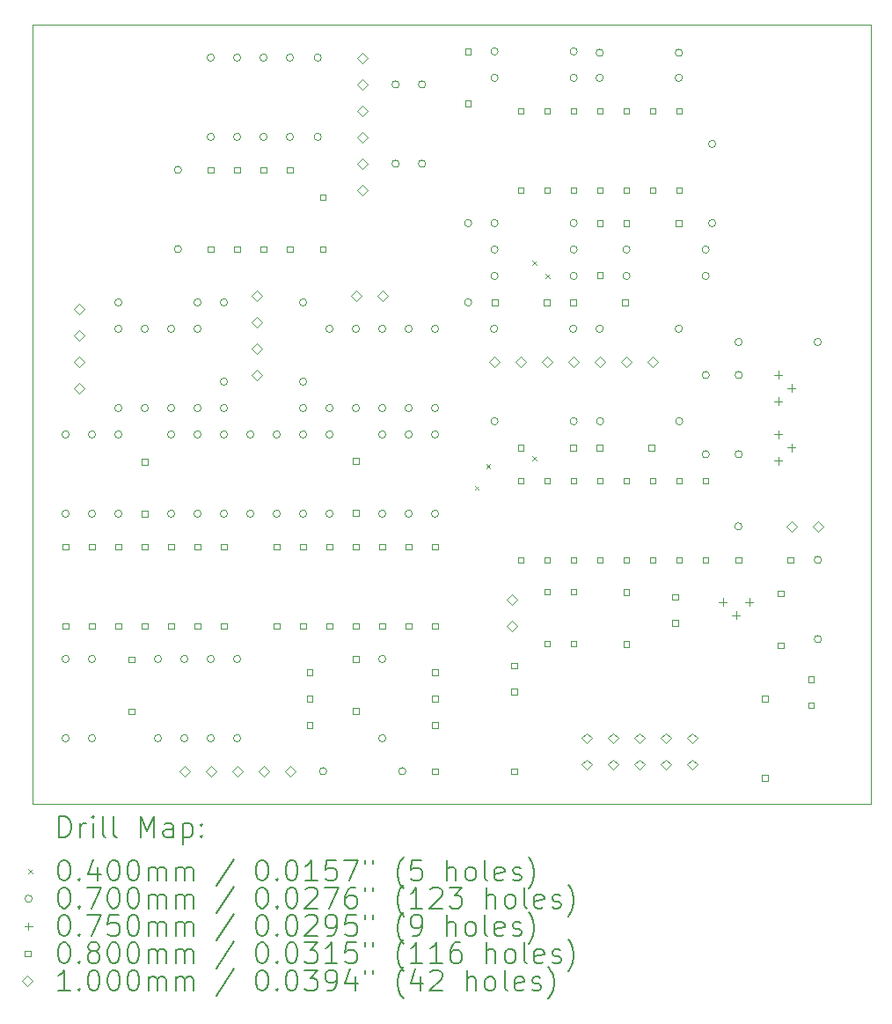
<source format=gbr>
%TF.GenerationSoftware,KiCad,Pcbnew,7.0.10*%
%TF.CreationDate,2025-08-30T15:35:16+01:00*%
%TF.ProjectId,VC_ADSR_D80-R,56435f41-4453-4525-9f44-38302d522e6b,rev?*%
%TF.SameCoordinates,Original*%
%TF.FileFunction,Drillmap*%
%TF.FilePolarity,Positive*%
%FSLAX45Y45*%
G04 Gerber Fmt 4.5, Leading zero omitted, Abs format (unit mm)*
G04 Created by KiCad (PCBNEW 7.0.10) date 2025-08-30 15:35:16*
%MOMM*%
%LPD*%
G01*
G04 APERTURE LIST*
%ADD10C,0.100000*%
%ADD11C,0.200000*%
G04 APERTURE END LIST*
D10*
X7429500Y-6604000D02*
X15494000Y-6604000D01*
X15494000Y-14097000D01*
X7429500Y-14097000D01*
X7429500Y-6604000D01*
D11*
D10*
X11684320Y-11034080D02*
X11724320Y-11074080D01*
X11724320Y-11034080D02*
X11684320Y-11074080D01*
X11793540Y-10825800D02*
X11833540Y-10865800D01*
X11833540Y-10825800D02*
X11793540Y-10865800D01*
X12235500Y-8870000D02*
X12275500Y-8910000D01*
X12275500Y-8870000D02*
X12235500Y-8910000D01*
X12235500Y-10753300D02*
X12275500Y-10793300D01*
X12275500Y-10753300D02*
X12235500Y-10793300D01*
X12362500Y-8997000D02*
X12402500Y-9037000D01*
X12402500Y-8997000D02*
X12362500Y-9037000D01*
X7782000Y-10541000D02*
G75*
G03*
X7712000Y-10541000I-35000J0D01*
G01*
X7712000Y-10541000D02*
G75*
G03*
X7782000Y-10541000I35000J0D01*
G01*
X7782000Y-11303000D02*
G75*
G03*
X7712000Y-11303000I-35000J0D01*
G01*
X7712000Y-11303000D02*
G75*
G03*
X7782000Y-11303000I35000J0D01*
G01*
X7782000Y-12700000D02*
G75*
G03*
X7712000Y-12700000I-35000J0D01*
G01*
X7712000Y-12700000D02*
G75*
G03*
X7782000Y-12700000I35000J0D01*
G01*
X7782000Y-13462000D02*
G75*
G03*
X7712000Y-13462000I-35000J0D01*
G01*
X7712000Y-13462000D02*
G75*
G03*
X7782000Y-13462000I35000J0D01*
G01*
X8036000Y-10541000D02*
G75*
G03*
X7966000Y-10541000I-35000J0D01*
G01*
X7966000Y-10541000D02*
G75*
G03*
X8036000Y-10541000I35000J0D01*
G01*
X8036000Y-11303000D02*
G75*
G03*
X7966000Y-11303000I-35000J0D01*
G01*
X7966000Y-11303000D02*
G75*
G03*
X8036000Y-11303000I35000J0D01*
G01*
X8036000Y-12700000D02*
G75*
G03*
X7966000Y-12700000I-35000J0D01*
G01*
X7966000Y-12700000D02*
G75*
G03*
X8036000Y-12700000I35000J0D01*
G01*
X8036000Y-13462000D02*
G75*
G03*
X7966000Y-13462000I-35000J0D01*
G01*
X7966000Y-13462000D02*
G75*
G03*
X8036000Y-13462000I35000J0D01*
G01*
X8290000Y-9271000D02*
G75*
G03*
X8220000Y-9271000I-35000J0D01*
G01*
X8220000Y-9271000D02*
G75*
G03*
X8290000Y-9271000I35000J0D01*
G01*
X8290000Y-9525000D02*
G75*
G03*
X8220000Y-9525000I-35000J0D01*
G01*
X8220000Y-9525000D02*
G75*
G03*
X8290000Y-9525000I35000J0D01*
G01*
X8290000Y-10287000D02*
G75*
G03*
X8220000Y-10287000I-35000J0D01*
G01*
X8220000Y-10287000D02*
G75*
G03*
X8290000Y-10287000I35000J0D01*
G01*
X8290000Y-10541000D02*
G75*
G03*
X8220000Y-10541000I-35000J0D01*
G01*
X8220000Y-10541000D02*
G75*
G03*
X8290000Y-10541000I35000J0D01*
G01*
X8290000Y-11303000D02*
G75*
G03*
X8220000Y-11303000I-35000J0D01*
G01*
X8220000Y-11303000D02*
G75*
G03*
X8290000Y-11303000I35000J0D01*
G01*
X8544000Y-9525000D02*
G75*
G03*
X8474000Y-9525000I-35000J0D01*
G01*
X8474000Y-9525000D02*
G75*
G03*
X8544000Y-9525000I35000J0D01*
G01*
X8544000Y-10287000D02*
G75*
G03*
X8474000Y-10287000I-35000J0D01*
G01*
X8474000Y-10287000D02*
G75*
G03*
X8544000Y-10287000I35000J0D01*
G01*
X8671000Y-12700000D02*
G75*
G03*
X8601000Y-12700000I-35000J0D01*
G01*
X8601000Y-12700000D02*
G75*
G03*
X8671000Y-12700000I35000J0D01*
G01*
X8671000Y-13462000D02*
G75*
G03*
X8601000Y-13462000I-35000J0D01*
G01*
X8601000Y-13462000D02*
G75*
G03*
X8671000Y-13462000I35000J0D01*
G01*
X8798000Y-9525000D02*
G75*
G03*
X8728000Y-9525000I-35000J0D01*
G01*
X8728000Y-9525000D02*
G75*
G03*
X8798000Y-9525000I35000J0D01*
G01*
X8798000Y-10287000D02*
G75*
G03*
X8728000Y-10287000I-35000J0D01*
G01*
X8728000Y-10287000D02*
G75*
G03*
X8798000Y-10287000I35000J0D01*
G01*
X8798000Y-10541000D02*
G75*
G03*
X8728000Y-10541000I-35000J0D01*
G01*
X8728000Y-10541000D02*
G75*
G03*
X8798000Y-10541000I35000J0D01*
G01*
X8798000Y-11303000D02*
G75*
G03*
X8728000Y-11303000I-35000J0D01*
G01*
X8728000Y-11303000D02*
G75*
G03*
X8798000Y-11303000I35000J0D01*
G01*
X8861500Y-7997000D02*
G75*
G03*
X8791500Y-7997000I-35000J0D01*
G01*
X8791500Y-7997000D02*
G75*
G03*
X8861500Y-7997000I35000J0D01*
G01*
X8861500Y-8759000D02*
G75*
G03*
X8791500Y-8759000I-35000J0D01*
G01*
X8791500Y-8759000D02*
G75*
G03*
X8861500Y-8759000I35000J0D01*
G01*
X8925000Y-12700000D02*
G75*
G03*
X8855000Y-12700000I-35000J0D01*
G01*
X8855000Y-12700000D02*
G75*
G03*
X8925000Y-12700000I35000J0D01*
G01*
X8925000Y-13462000D02*
G75*
G03*
X8855000Y-13462000I-35000J0D01*
G01*
X8855000Y-13462000D02*
G75*
G03*
X8925000Y-13462000I35000J0D01*
G01*
X9052000Y-9271000D02*
G75*
G03*
X8982000Y-9271000I-35000J0D01*
G01*
X8982000Y-9271000D02*
G75*
G03*
X9052000Y-9271000I35000J0D01*
G01*
X9052000Y-9525000D02*
G75*
G03*
X8982000Y-9525000I-35000J0D01*
G01*
X8982000Y-9525000D02*
G75*
G03*
X9052000Y-9525000I35000J0D01*
G01*
X9052000Y-10287000D02*
G75*
G03*
X8982000Y-10287000I-35000J0D01*
G01*
X8982000Y-10287000D02*
G75*
G03*
X9052000Y-10287000I35000J0D01*
G01*
X9052000Y-10541000D02*
G75*
G03*
X8982000Y-10541000I-35000J0D01*
G01*
X8982000Y-10541000D02*
G75*
G03*
X9052000Y-10541000I35000J0D01*
G01*
X9052000Y-11303000D02*
G75*
G03*
X8982000Y-11303000I-35000J0D01*
G01*
X8982000Y-11303000D02*
G75*
G03*
X9052000Y-11303000I35000J0D01*
G01*
X9179000Y-6917500D02*
G75*
G03*
X9109000Y-6917500I-35000J0D01*
G01*
X9109000Y-6917500D02*
G75*
G03*
X9179000Y-6917500I35000J0D01*
G01*
X9179000Y-7679500D02*
G75*
G03*
X9109000Y-7679500I-35000J0D01*
G01*
X9109000Y-7679500D02*
G75*
G03*
X9179000Y-7679500I35000J0D01*
G01*
X9179000Y-12700000D02*
G75*
G03*
X9109000Y-12700000I-35000J0D01*
G01*
X9109000Y-12700000D02*
G75*
G03*
X9179000Y-12700000I35000J0D01*
G01*
X9179000Y-13462000D02*
G75*
G03*
X9109000Y-13462000I-35000J0D01*
G01*
X9109000Y-13462000D02*
G75*
G03*
X9179000Y-13462000I35000J0D01*
G01*
X9306000Y-9271000D02*
G75*
G03*
X9236000Y-9271000I-35000J0D01*
G01*
X9236000Y-9271000D02*
G75*
G03*
X9306000Y-9271000I35000J0D01*
G01*
X9306000Y-10033000D02*
G75*
G03*
X9236000Y-10033000I-35000J0D01*
G01*
X9236000Y-10033000D02*
G75*
G03*
X9306000Y-10033000I35000J0D01*
G01*
X9306000Y-10287000D02*
G75*
G03*
X9236000Y-10287000I-35000J0D01*
G01*
X9236000Y-10287000D02*
G75*
G03*
X9306000Y-10287000I35000J0D01*
G01*
X9306000Y-10541000D02*
G75*
G03*
X9236000Y-10541000I-35000J0D01*
G01*
X9236000Y-10541000D02*
G75*
G03*
X9306000Y-10541000I35000J0D01*
G01*
X9306000Y-11303000D02*
G75*
G03*
X9236000Y-11303000I-35000J0D01*
G01*
X9236000Y-11303000D02*
G75*
G03*
X9306000Y-11303000I35000J0D01*
G01*
X9433000Y-6917500D02*
G75*
G03*
X9363000Y-6917500I-35000J0D01*
G01*
X9363000Y-6917500D02*
G75*
G03*
X9433000Y-6917500I35000J0D01*
G01*
X9433000Y-7679500D02*
G75*
G03*
X9363000Y-7679500I-35000J0D01*
G01*
X9363000Y-7679500D02*
G75*
G03*
X9433000Y-7679500I35000J0D01*
G01*
X9433000Y-12700000D02*
G75*
G03*
X9363000Y-12700000I-35000J0D01*
G01*
X9363000Y-12700000D02*
G75*
G03*
X9433000Y-12700000I35000J0D01*
G01*
X9433000Y-13462000D02*
G75*
G03*
X9363000Y-13462000I-35000J0D01*
G01*
X9363000Y-13462000D02*
G75*
G03*
X9433000Y-13462000I35000J0D01*
G01*
X9560000Y-10541000D02*
G75*
G03*
X9490000Y-10541000I-35000J0D01*
G01*
X9490000Y-10541000D02*
G75*
G03*
X9560000Y-10541000I35000J0D01*
G01*
X9560000Y-11303000D02*
G75*
G03*
X9490000Y-11303000I-35000J0D01*
G01*
X9490000Y-11303000D02*
G75*
G03*
X9560000Y-11303000I35000J0D01*
G01*
X9687000Y-6917500D02*
G75*
G03*
X9617000Y-6917500I-35000J0D01*
G01*
X9617000Y-6917500D02*
G75*
G03*
X9687000Y-6917500I35000J0D01*
G01*
X9687000Y-7679500D02*
G75*
G03*
X9617000Y-7679500I-35000J0D01*
G01*
X9617000Y-7679500D02*
G75*
G03*
X9687000Y-7679500I35000J0D01*
G01*
X9814000Y-10541000D02*
G75*
G03*
X9744000Y-10541000I-35000J0D01*
G01*
X9744000Y-10541000D02*
G75*
G03*
X9814000Y-10541000I35000J0D01*
G01*
X9814000Y-11303000D02*
G75*
G03*
X9744000Y-11303000I-35000J0D01*
G01*
X9744000Y-11303000D02*
G75*
G03*
X9814000Y-11303000I35000J0D01*
G01*
X9941000Y-6917500D02*
G75*
G03*
X9871000Y-6917500I-35000J0D01*
G01*
X9871000Y-6917500D02*
G75*
G03*
X9941000Y-6917500I35000J0D01*
G01*
X9941000Y-7679500D02*
G75*
G03*
X9871000Y-7679500I-35000J0D01*
G01*
X9871000Y-7679500D02*
G75*
G03*
X9941000Y-7679500I35000J0D01*
G01*
X10068000Y-9271000D02*
G75*
G03*
X9998000Y-9271000I-35000J0D01*
G01*
X9998000Y-9271000D02*
G75*
G03*
X10068000Y-9271000I35000J0D01*
G01*
X10068000Y-10033000D02*
G75*
G03*
X9998000Y-10033000I-35000J0D01*
G01*
X9998000Y-10033000D02*
G75*
G03*
X10068000Y-10033000I35000J0D01*
G01*
X10068000Y-10287000D02*
G75*
G03*
X9998000Y-10287000I-35000J0D01*
G01*
X9998000Y-10287000D02*
G75*
G03*
X10068000Y-10287000I35000J0D01*
G01*
X10068000Y-10541000D02*
G75*
G03*
X9998000Y-10541000I-35000J0D01*
G01*
X9998000Y-10541000D02*
G75*
G03*
X10068000Y-10541000I35000J0D01*
G01*
X10068000Y-11303000D02*
G75*
G03*
X9998000Y-11303000I-35000J0D01*
G01*
X9998000Y-11303000D02*
G75*
G03*
X10068000Y-11303000I35000J0D01*
G01*
X10207700Y-6917500D02*
G75*
G03*
X10137700Y-6917500I-35000J0D01*
G01*
X10137700Y-6917500D02*
G75*
G03*
X10207700Y-6917500I35000J0D01*
G01*
X10207700Y-7679500D02*
G75*
G03*
X10137700Y-7679500I-35000J0D01*
G01*
X10137700Y-7679500D02*
G75*
G03*
X10207700Y-7679500I35000J0D01*
G01*
X10258500Y-13779500D02*
G75*
G03*
X10188500Y-13779500I-35000J0D01*
G01*
X10188500Y-13779500D02*
G75*
G03*
X10258500Y-13779500I35000J0D01*
G01*
X10322000Y-9525000D02*
G75*
G03*
X10252000Y-9525000I-35000J0D01*
G01*
X10252000Y-9525000D02*
G75*
G03*
X10322000Y-9525000I35000J0D01*
G01*
X10322000Y-10287000D02*
G75*
G03*
X10252000Y-10287000I-35000J0D01*
G01*
X10252000Y-10287000D02*
G75*
G03*
X10322000Y-10287000I35000J0D01*
G01*
X10322000Y-10541000D02*
G75*
G03*
X10252000Y-10541000I-35000J0D01*
G01*
X10252000Y-10541000D02*
G75*
G03*
X10322000Y-10541000I35000J0D01*
G01*
X10322000Y-11303000D02*
G75*
G03*
X10252000Y-11303000I-35000J0D01*
G01*
X10252000Y-11303000D02*
G75*
G03*
X10322000Y-11303000I35000J0D01*
G01*
X10576000Y-9525000D02*
G75*
G03*
X10506000Y-9525000I-35000J0D01*
G01*
X10506000Y-9525000D02*
G75*
G03*
X10576000Y-9525000I35000J0D01*
G01*
X10576000Y-10287000D02*
G75*
G03*
X10506000Y-10287000I-35000J0D01*
G01*
X10506000Y-10287000D02*
G75*
G03*
X10576000Y-10287000I35000J0D01*
G01*
X10830000Y-9525000D02*
G75*
G03*
X10760000Y-9525000I-35000J0D01*
G01*
X10760000Y-9525000D02*
G75*
G03*
X10830000Y-9525000I35000J0D01*
G01*
X10830000Y-10287000D02*
G75*
G03*
X10760000Y-10287000I-35000J0D01*
G01*
X10760000Y-10287000D02*
G75*
G03*
X10830000Y-10287000I35000J0D01*
G01*
X10830000Y-10541000D02*
G75*
G03*
X10760000Y-10541000I-35000J0D01*
G01*
X10760000Y-10541000D02*
G75*
G03*
X10830000Y-10541000I35000J0D01*
G01*
X10830000Y-11303000D02*
G75*
G03*
X10760000Y-11303000I-35000J0D01*
G01*
X10760000Y-11303000D02*
G75*
G03*
X10830000Y-11303000I35000J0D01*
G01*
X10830000Y-12700000D02*
G75*
G03*
X10760000Y-12700000I-35000J0D01*
G01*
X10760000Y-12700000D02*
G75*
G03*
X10830000Y-12700000I35000J0D01*
G01*
X10830000Y-13462000D02*
G75*
G03*
X10760000Y-13462000I-35000J0D01*
G01*
X10760000Y-13462000D02*
G75*
G03*
X10830000Y-13462000I35000J0D01*
G01*
X10957000Y-7175500D02*
G75*
G03*
X10887000Y-7175500I-35000J0D01*
G01*
X10887000Y-7175500D02*
G75*
G03*
X10957000Y-7175500I35000J0D01*
G01*
X10957000Y-7937500D02*
G75*
G03*
X10887000Y-7937500I-35000J0D01*
G01*
X10887000Y-7937500D02*
G75*
G03*
X10957000Y-7937500I35000J0D01*
G01*
X11020500Y-13779500D02*
G75*
G03*
X10950500Y-13779500I-35000J0D01*
G01*
X10950500Y-13779500D02*
G75*
G03*
X11020500Y-13779500I35000J0D01*
G01*
X11084000Y-9525000D02*
G75*
G03*
X11014000Y-9525000I-35000J0D01*
G01*
X11014000Y-9525000D02*
G75*
G03*
X11084000Y-9525000I35000J0D01*
G01*
X11084000Y-10287000D02*
G75*
G03*
X11014000Y-10287000I-35000J0D01*
G01*
X11014000Y-10287000D02*
G75*
G03*
X11084000Y-10287000I35000J0D01*
G01*
X11084000Y-10541000D02*
G75*
G03*
X11014000Y-10541000I-35000J0D01*
G01*
X11014000Y-10541000D02*
G75*
G03*
X11084000Y-10541000I35000J0D01*
G01*
X11084000Y-11303000D02*
G75*
G03*
X11014000Y-11303000I-35000J0D01*
G01*
X11014000Y-11303000D02*
G75*
G03*
X11084000Y-11303000I35000J0D01*
G01*
X11211000Y-7175500D02*
G75*
G03*
X11141000Y-7175500I-35000J0D01*
G01*
X11141000Y-7175500D02*
G75*
G03*
X11211000Y-7175500I35000J0D01*
G01*
X11211000Y-7937500D02*
G75*
G03*
X11141000Y-7937500I-35000J0D01*
G01*
X11141000Y-7937500D02*
G75*
G03*
X11211000Y-7937500I35000J0D01*
G01*
X11338000Y-9525000D02*
G75*
G03*
X11268000Y-9525000I-35000J0D01*
G01*
X11268000Y-9525000D02*
G75*
G03*
X11338000Y-9525000I35000J0D01*
G01*
X11338000Y-10287000D02*
G75*
G03*
X11268000Y-10287000I-35000J0D01*
G01*
X11268000Y-10287000D02*
G75*
G03*
X11338000Y-10287000I35000J0D01*
G01*
X11338000Y-10541000D02*
G75*
G03*
X11268000Y-10541000I-35000J0D01*
G01*
X11268000Y-10541000D02*
G75*
G03*
X11338000Y-10541000I35000J0D01*
G01*
X11338000Y-11303000D02*
G75*
G03*
X11268000Y-11303000I-35000J0D01*
G01*
X11268000Y-11303000D02*
G75*
G03*
X11338000Y-11303000I35000J0D01*
G01*
X11655500Y-8509000D02*
G75*
G03*
X11585500Y-8509000I-35000J0D01*
G01*
X11585500Y-8509000D02*
G75*
G03*
X11655500Y-8509000I35000J0D01*
G01*
X11655500Y-9271000D02*
G75*
G03*
X11585500Y-9271000I-35000J0D01*
G01*
X11585500Y-9271000D02*
G75*
G03*
X11655500Y-9271000I35000J0D01*
G01*
X11905500Y-9525000D02*
G75*
G03*
X11835500Y-9525000I-35000J0D01*
G01*
X11835500Y-9525000D02*
G75*
G03*
X11905500Y-9525000I35000J0D01*
G01*
X11909500Y-6858000D02*
G75*
G03*
X11839500Y-6858000I-35000J0D01*
G01*
X11839500Y-6858000D02*
G75*
G03*
X11909500Y-6858000I35000J0D01*
G01*
X11909500Y-7112000D02*
G75*
G03*
X11839500Y-7112000I-35000J0D01*
G01*
X11839500Y-7112000D02*
G75*
G03*
X11909500Y-7112000I35000J0D01*
G01*
X11909500Y-8509000D02*
G75*
G03*
X11839500Y-8509000I-35000J0D01*
G01*
X11839500Y-8509000D02*
G75*
G03*
X11909500Y-8509000I35000J0D01*
G01*
X11909500Y-8763000D02*
G75*
G03*
X11839500Y-8763000I-35000J0D01*
G01*
X11839500Y-8763000D02*
G75*
G03*
X11909500Y-8763000I35000J0D01*
G01*
X11909500Y-9017000D02*
G75*
G03*
X11839500Y-9017000I-35000J0D01*
G01*
X11839500Y-9017000D02*
G75*
G03*
X11909500Y-9017000I35000J0D01*
G01*
X11909500Y-10414000D02*
G75*
G03*
X11839500Y-10414000I-35000J0D01*
G01*
X11839500Y-10414000D02*
G75*
G03*
X11909500Y-10414000I35000J0D01*
G01*
X12667500Y-9525000D02*
G75*
G03*
X12597500Y-9525000I-35000J0D01*
G01*
X12597500Y-9525000D02*
G75*
G03*
X12667500Y-9525000I35000J0D01*
G01*
X12671500Y-6858000D02*
G75*
G03*
X12601500Y-6858000I-35000J0D01*
G01*
X12601500Y-6858000D02*
G75*
G03*
X12671500Y-6858000I35000J0D01*
G01*
X12671500Y-7112000D02*
G75*
G03*
X12601500Y-7112000I-35000J0D01*
G01*
X12601500Y-7112000D02*
G75*
G03*
X12671500Y-7112000I35000J0D01*
G01*
X12671500Y-8509000D02*
G75*
G03*
X12601500Y-8509000I-35000J0D01*
G01*
X12601500Y-8509000D02*
G75*
G03*
X12671500Y-8509000I35000J0D01*
G01*
X12671500Y-8763000D02*
G75*
G03*
X12601500Y-8763000I-35000J0D01*
G01*
X12601500Y-8763000D02*
G75*
G03*
X12671500Y-8763000I35000J0D01*
G01*
X12671500Y-9017000D02*
G75*
G03*
X12601500Y-9017000I-35000J0D01*
G01*
X12601500Y-9017000D02*
G75*
G03*
X12671500Y-9017000I35000J0D01*
G01*
X12671500Y-10414000D02*
G75*
G03*
X12601500Y-10414000I-35000J0D01*
G01*
X12601500Y-10414000D02*
G75*
G03*
X12671500Y-10414000I35000J0D01*
G01*
X12921500Y-6870700D02*
G75*
G03*
X12851500Y-6870700I-35000J0D01*
G01*
X12851500Y-6870700D02*
G75*
G03*
X12921500Y-6870700I35000J0D01*
G01*
X12921500Y-7112000D02*
G75*
G03*
X12851500Y-7112000I-35000J0D01*
G01*
X12851500Y-7112000D02*
G75*
G03*
X12921500Y-7112000I35000J0D01*
G01*
X12921500Y-9525000D02*
G75*
G03*
X12851500Y-9525000I-35000J0D01*
G01*
X12851500Y-9525000D02*
G75*
G03*
X12921500Y-9525000I35000J0D01*
G01*
X12925500Y-10414000D02*
G75*
G03*
X12855500Y-10414000I-35000J0D01*
G01*
X12855500Y-10414000D02*
G75*
G03*
X12925500Y-10414000I35000J0D01*
G01*
X13179500Y-8763000D02*
G75*
G03*
X13109500Y-8763000I-35000J0D01*
G01*
X13109500Y-8763000D02*
G75*
G03*
X13179500Y-8763000I35000J0D01*
G01*
X13179500Y-9017000D02*
G75*
G03*
X13109500Y-9017000I-35000J0D01*
G01*
X13109500Y-9017000D02*
G75*
G03*
X13179500Y-9017000I35000J0D01*
G01*
X13683500Y-6870700D02*
G75*
G03*
X13613500Y-6870700I-35000J0D01*
G01*
X13613500Y-6870700D02*
G75*
G03*
X13683500Y-6870700I35000J0D01*
G01*
X13683500Y-7112000D02*
G75*
G03*
X13613500Y-7112000I-35000J0D01*
G01*
X13613500Y-7112000D02*
G75*
G03*
X13683500Y-7112000I35000J0D01*
G01*
X13683500Y-9525000D02*
G75*
G03*
X13613500Y-9525000I-35000J0D01*
G01*
X13613500Y-9525000D02*
G75*
G03*
X13683500Y-9525000I35000J0D01*
G01*
X13687500Y-10414000D02*
G75*
G03*
X13617500Y-10414000I-35000J0D01*
G01*
X13617500Y-10414000D02*
G75*
G03*
X13687500Y-10414000I35000J0D01*
G01*
X13941500Y-8763000D02*
G75*
G03*
X13871500Y-8763000I-35000J0D01*
G01*
X13871500Y-8763000D02*
G75*
G03*
X13941500Y-8763000I35000J0D01*
G01*
X13941500Y-9017000D02*
G75*
G03*
X13871500Y-9017000I-35000J0D01*
G01*
X13871500Y-9017000D02*
G75*
G03*
X13941500Y-9017000I35000J0D01*
G01*
X13941500Y-9969500D02*
G75*
G03*
X13871500Y-9969500I-35000J0D01*
G01*
X13871500Y-9969500D02*
G75*
G03*
X13941500Y-9969500I35000J0D01*
G01*
X13941500Y-10731500D02*
G75*
G03*
X13871500Y-10731500I-35000J0D01*
G01*
X13871500Y-10731500D02*
G75*
G03*
X13941500Y-10731500I35000J0D01*
G01*
X14005000Y-7747000D02*
G75*
G03*
X13935000Y-7747000I-35000J0D01*
G01*
X13935000Y-7747000D02*
G75*
G03*
X14005000Y-7747000I35000J0D01*
G01*
X14005000Y-8509000D02*
G75*
G03*
X13935000Y-8509000I-35000J0D01*
G01*
X13935000Y-8509000D02*
G75*
G03*
X14005000Y-8509000I35000J0D01*
G01*
X14256000Y-11424000D02*
G75*
G03*
X14186000Y-11424000I-35000J0D01*
G01*
X14186000Y-11424000D02*
G75*
G03*
X14256000Y-11424000I35000J0D01*
G01*
X14259000Y-9652000D02*
G75*
G03*
X14189000Y-9652000I-35000J0D01*
G01*
X14189000Y-9652000D02*
G75*
G03*
X14259000Y-9652000I35000J0D01*
G01*
X14259000Y-9969500D02*
G75*
G03*
X14189000Y-9969500I-35000J0D01*
G01*
X14189000Y-9969500D02*
G75*
G03*
X14259000Y-9969500I35000J0D01*
G01*
X14259000Y-10731500D02*
G75*
G03*
X14189000Y-10731500I-35000J0D01*
G01*
X14189000Y-10731500D02*
G75*
G03*
X14259000Y-10731500I35000J0D01*
G01*
X15021000Y-9652000D02*
G75*
G03*
X14951000Y-9652000I-35000J0D01*
G01*
X14951000Y-9652000D02*
G75*
G03*
X15021000Y-9652000I35000J0D01*
G01*
X15021000Y-11747500D02*
G75*
G03*
X14951000Y-11747500I-35000J0D01*
G01*
X14951000Y-11747500D02*
G75*
G03*
X15021000Y-11747500I35000J0D01*
G01*
X15021000Y-12509500D02*
G75*
G03*
X14951000Y-12509500I-35000J0D01*
G01*
X14951000Y-12509500D02*
G75*
G03*
X15021000Y-12509500I35000J0D01*
G01*
X14071600Y-12116400D02*
X14071600Y-12191400D01*
X14034100Y-12153900D02*
X14109100Y-12153900D01*
X14198600Y-12243400D02*
X14198600Y-12318400D01*
X14161100Y-12280900D02*
X14236100Y-12280900D01*
X14325600Y-12116400D02*
X14325600Y-12191400D01*
X14288100Y-12153900D02*
X14363100Y-12153900D01*
X14605000Y-9932000D02*
X14605000Y-10007000D01*
X14567500Y-9969500D02*
X14642500Y-9969500D01*
X14605000Y-10186000D02*
X14605000Y-10261000D01*
X14567500Y-10223500D02*
X14642500Y-10223500D01*
X14605000Y-10503500D02*
X14605000Y-10578500D01*
X14567500Y-10541000D02*
X14642500Y-10541000D01*
X14605000Y-10757500D02*
X14605000Y-10832500D01*
X14567500Y-10795000D02*
X14642500Y-10795000D01*
X14732000Y-10059000D02*
X14732000Y-10134000D01*
X14694500Y-10096500D02*
X14769500Y-10096500D01*
X14732000Y-10630500D02*
X14732000Y-10705500D01*
X14694500Y-10668000D02*
X14769500Y-10668000D01*
X7775284Y-11648784D02*
X7775284Y-11592215D01*
X7718715Y-11592215D01*
X7718715Y-11648784D01*
X7775284Y-11648784D01*
X7775284Y-12410784D02*
X7775284Y-12354215D01*
X7718715Y-12354215D01*
X7718715Y-12410784D01*
X7775284Y-12410784D01*
X8029284Y-11648784D02*
X8029284Y-11592215D01*
X7972715Y-11592215D01*
X7972715Y-11648784D01*
X8029284Y-11648784D01*
X8029284Y-12410784D02*
X8029284Y-12354215D01*
X7972715Y-12354215D01*
X7972715Y-12410784D01*
X8029284Y-12410784D01*
X8283284Y-11648784D02*
X8283284Y-11592215D01*
X8226715Y-11592215D01*
X8226715Y-11648784D01*
X8283284Y-11648784D01*
X8283284Y-12410784D02*
X8283284Y-12354215D01*
X8226715Y-12354215D01*
X8226715Y-12410784D01*
X8283284Y-12410784D01*
X8410285Y-12732284D02*
X8410285Y-12675715D01*
X8353715Y-12675715D01*
X8353715Y-12732284D01*
X8410285Y-12732284D01*
X8410285Y-13232284D02*
X8410285Y-13175715D01*
X8353715Y-13175715D01*
X8353715Y-13232284D01*
X8410285Y-13232284D01*
X8537285Y-10831285D02*
X8537285Y-10774716D01*
X8480716Y-10774716D01*
X8480716Y-10831285D01*
X8537285Y-10831285D01*
X8537285Y-11331284D02*
X8537285Y-11274715D01*
X8480716Y-11274715D01*
X8480716Y-11331284D01*
X8537285Y-11331284D01*
X8537285Y-11648784D02*
X8537285Y-11592215D01*
X8480716Y-11592215D01*
X8480716Y-11648784D01*
X8537285Y-11648784D01*
X8537285Y-12410784D02*
X8537285Y-12354215D01*
X8480716Y-12354215D01*
X8480716Y-12410784D01*
X8537285Y-12410784D01*
X8791285Y-11648784D02*
X8791285Y-11592215D01*
X8734716Y-11592215D01*
X8734716Y-11648784D01*
X8791285Y-11648784D01*
X8791285Y-12410784D02*
X8791285Y-12354215D01*
X8734716Y-12354215D01*
X8734716Y-12410784D01*
X8791285Y-12410784D01*
X9045285Y-11648784D02*
X9045285Y-11592215D01*
X8988716Y-11592215D01*
X8988716Y-11648784D01*
X9045285Y-11648784D01*
X9045285Y-12410784D02*
X9045285Y-12354215D01*
X8988716Y-12354215D01*
X8988716Y-12410784D01*
X9045285Y-12410784D01*
X9172285Y-8025284D02*
X9172285Y-7968715D01*
X9115716Y-7968715D01*
X9115716Y-8025284D01*
X9172285Y-8025284D01*
X9172285Y-8787285D02*
X9172285Y-8730716D01*
X9115716Y-8730716D01*
X9115716Y-8787285D01*
X9172285Y-8787285D01*
X9299285Y-11648784D02*
X9299285Y-11592215D01*
X9242716Y-11592215D01*
X9242716Y-11648784D01*
X9299285Y-11648784D01*
X9299285Y-12410784D02*
X9299285Y-12354215D01*
X9242716Y-12354215D01*
X9242716Y-12410784D01*
X9299285Y-12410784D01*
X9426285Y-8025284D02*
X9426285Y-7968715D01*
X9369716Y-7968715D01*
X9369716Y-8025284D01*
X9426285Y-8025284D01*
X9426285Y-8787285D02*
X9426285Y-8730716D01*
X9369716Y-8730716D01*
X9369716Y-8787285D01*
X9426285Y-8787285D01*
X9680285Y-8025284D02*
X9680285Y-7968715D01*
X9623716Y-7968715D01*
X9623716Y-8025284D01*
X9680285Y-8025284D01*
X9680285Y-8787285D02*
X9680285Y-8730716D01*
X9623716Y-8730716D01*
X9623716Y-8787285D01*
X9680285Y-8787285D01*
X9807285Y-11648784D02*
X9807285Y-11592215D01*
X9750716Y-11592215D01*
X9750716Y-11648784D01*
X9807285Y-11648784D01*
X9807285Y-12410784D02*
X9807285Y-12354215D01*
X9750716Y-12354215D01*
X9750716Y-12410784D01*
X9807285Y-12410784D01*
X9934285Y-8025284D02*
X9934285Y-7968715D01*
X9877716Y-7968715D01*
X9877716Y-8025284D01*
X9934285Y-8025284D01*
X9934285Y-8787285D02*
X9934285Y-8730716D01*
X9877716Y-8730716D01*
X9877716Y-8787285D01*
X9934285Y-8787285D01*
X10061285Y-11648784D02*
X10061285Y-11592215D01*
X10004716Y-11592215D01*
X10004716Y-11648784D01*
X10061285Y-11648784D01*
X10061285Y-12410784D02*
X10061285Y-12354215D01*
X10004716Y-12354215D01*
X10004716Y-12410784D01*
X10061285Y-12410784D01*
X10124785Y-12855284D02*
X10124785Y-12798715D01*
X10068216Y-12798715D01*
X10068216Y-12855284D01*
X10124785Y-12855284D01*
X10124785Y-13109284D02*
X10124785Y-13052715D01*
X10068216Y-13052715D01*
X10068216Y-13109284D01*
X10124785Y-13109284D01*
X10124785Y-13363284D02*
X10124785Y-13306715D01*
X10068216Y-13306715D01*
X10068216Y-13363284D01*
X10124785Y-13363284D01*
X10251785Y-8287284D02*
X10251785Y-8230715D01*
X10195216Y-8230715D01*
X10195216Y-8287284D01*
X10251785Y-8287284D01*
X10251785Y-8787285D02*
X10251785Y-8730716D01*
X10195216Y-8730716D01*
X10195216Y-8787285D01*
X10251785Y-8787285D01*
X10315285Y-11648784D02*
X10315285Y-11592215D01*
X10258716Y-11592215D01*
X10258716Y-11648784D01*
X10315285Y-11648784D01*
X10315285Y-12410784D02*
X10315285Y-12354215D01*
X10258716Y-12354215D01*
X10258716Y-12410784D01*
X10315285Y-12410784D01*
X10569285Y-10823285D02*
X10569285Y-10766716D01*
X10512716Y-10766716D01*
X10512716Y-10823285D01*
X10569285Y-10823285D01*
X10569285Y-11323284D02*
X10569285Y-11266715D01*
X10512716Y-11266715D01*
X10512716Y-11323284D01*
X10569285Y-11323284D01*
X10569285Y-11648784D02*
X10569285Y-11592215D01*
X10512716Y-11592215D01*
X10512716Y-11648784D01*
X10569285Y-11648784D01*
X10569285Y-12410784D02*
X10569285Y-12354215D01*
X10512716Y-12354215D01*
X10512716Y-12410784D01*
X10569285Y-12410784D01*
X10569285Y-12728284D02*
X10569285Y-12671715D01*
X10512716Y-12671715D01*
X10512716Y-12728284D01*
X10569285Y-12728284D01*
X10569285Y-13228284D02*
X10569285Y-13171715D01*
X10512716Y-13171715D01*
X10512716Y-13228284D01*
X10569285Y-13228284D01*
X10823285Y-11648784D02*
X10823285Y-11592215D01*
X10766716Y-11592215D01*
X10766716Y-11648784D01*
X10823285Y-11648784D01*
X10823285Y-12410784D02*
X10823285Y-12354215D01*
X10766716Y-12354215D01*
X10766716Y-12410784D01*
X10823285Y-12410784D01*
X11077285Y-11648784D02*
X11077285Y-11592215D01*
X11020716Y-11592215D01*
X11020716Y-11648784D01*
X11077285Y-11648784D01*
X11077285Y-12410784D02*
X11077285Y-12354215D01*
X11020716Y-12354215D01*
X11020716Y-12410784D01*
X11077285Y-12410784D01*
X11331284Y-11648784D02*
X11331284Y-11592215D01*
X11274715Y-11592215D01*
X11274715Y-11648784D01*
X11331284Y-11648784D01*
X11331284Y-12410784D02*
X11331284Y-12354215D01*
X11274715Y-12354215D01*
X11274715Y-12410784D01*
X11331284Y-12410784D01*
X11331284Y-12855284D02*
X11331284Y-12798715D01*
X11274715Y-12798715D01*
X11274715Y-12855284D01*
X11331284Y-12855284D01*
X11331284Y-13109284D02*
X11331284Y-13052715D01*
X11274715Y-13052715D01*
X11274715Y-13109284D01*
X11331284Y-13109284D01*
X11331284Y-13363284D02*
X11331284Y-13306715D01*
X11274715Y-13306715D01*
X11274715Y-13363284D01*
X11331284Y-13363284D01*
X11331284Y-13807784D02*
X11331284Y-13751215D01*
X11274715Y-13751215D01*
X11274715Y-13807784D01*
X11331284Y-13807784D01*
X11648784Y-6886284D02*
X11648784Y-6829715D01*
X11592215Y-6829715D01*
X11592215Y-6886284D01*
X11648784Y-6886284D01*
X11648784Y-7386284D02*
X11648784Y-7329715D01*
X11592215Y-7329715D01*
X11592215Y-7386284D01*
X11648784Y-7386284D01*
X11906784Y-9299285D02*
X11906784Y-9242716D01*
X11850215Y-9242716D01*
X11850215Y-9299285D01*
X11906784Y-9299285D01*
X12093284Y-12791784D02*
X12093284Y-12735215D01*
X12036715Y-12735215D01*
X12036715Y-12791784D01*
X12093284Y-12791784D01*
X12093284Y-13041784D02*
X12093284Y-12985215D01*
X12036715Y-12985215D01*
X12036715Y-13041784D01*
X12093284Y-13041784D01*
X12093284Y-13807784D02*
X12093284Y-13751215D01*
X12036715Y-13751215D01*
X12036715Y-13807784D01*
X12093284Y-13807784D01*
X12156784Y-7457784D02*
X12156784Y-7401215D01*
X12100215Y-7401215D01*
X12100215Y-7457784D01*
X12156784Y-7457784D01*
X12156784Y-8219784D02*
X12156784Y-8163215D01*
X12100215Y-8163215D01*
X12100215Y-8219784D01*
X12156784Y-8219784D01*
X12156784Y-10696285D02*
X12156784Y-10639716D01*
X12100215Y-10639716D01*
X12100215Y-10696285D01*
X12156784Y-10696285D01*
X12156784Y-11013785D02*
X12156784Y-10957216D01*
X12100215Y-10957216D01*
X12100215Y-11013785D01*
X12156784Y-11013785D01*
X12156784Y-11775784D02*
X12156784Y-11719215D01*
X12100215Y-11719215D01*
X12100215Y-11775784D01*
X12156784Y-11775784D01*
X12406784Y-9299285D02*
X12406784Y-9242716D01*
X12350215Y-9242716D01*
X12350215Y-9299285D01*
X12406784Y-9299285D01*
X12410784Y-7457784D02*
X12410784Y-7401215D01*
X12354215Y-7401215D01*
X12354215Y-7457784D01*
X12410784Y-7457784D01*
X12410784Y-8219784D02*
X12410784Y-8163215D01*
X12354215Y-8163215D01*
X12354215Y-8219784D01*
X12410784Y-8219784D01*
X12410784Y-11013785D02*
X12410784Y-10957216D01*
X12354215Y-10957216D01*
X12354215Y-11013785D01*
X12410784Y-11013785D01*
X12410784Y-11775784D02*
X12410784Y-11719215D01*
X12354215Y-11719215D01*
X12354215Y-11775784D01*
X12410784Y-11775784D01*
X12410784Y-12080584D02*
X12410784Y-12024015D01*
X12354215Y-12024015D01*
X12354215Y-12080584D01*
X12410784Y-12080584D01*
X12410784Y-12580584D02*
X12410784Y-12524015D01*
X12354215Y-12524015D01*
X12354215Y-12580584D01*
X12410784Y-12580584D01*
X12656784Y-10696285D02*
X12656784Y-10639716D01*
X12600215Y-10639716D01*
X12600215Y-10696285D01*
X12656784Y-10696285D01*
X12660784Y-9299285D02*
X12660784Y-9242716D01*
X12604215Y-9242716D01*
X12604215Y-9299285D01*
X12660784Y-9299285D01*
X12664784Y-7457784D02*
X12664784Y-7401215D01*
X12608215Y-7401215D01*
X12608215Y-7457784D01*
X12664784Y-7457784D01*
X12664784Y-8219784D02*
X12664784Y-8163215D01*
X12608215Y-8163215D01*
X12608215Y-8219784D01*
X12664784Y-8219784D01*
X12664784Y-11013785D02*
X12664784Y-10957216D01*
X12608215Y-10957216D01*
X12608215Y-11013785D01*
X12664784Y-11013785D01*
X12664784Y-11775784D02*
X12664784Y-11719215D01*
X12608215Y-11719215D01*
X12608215Y-11775784D01*
X12664784Y-11775784D01*
X12664784Y-12080584D02*
X12664784Y-12024015D01*
X12608215Y-12024015D01*
X12608215Y-12080584D01*
X12664784Y-12080584D01*
X12664784Y-12580584D02*
X12664784Y-12524015D01*
X12608215Y-12524015D01*
X12608215Y-12580584D01*
X12664784Y-12580584D01*
X12914084Y-10696285D02*
X12914084Y-10639716D01*
X12857515Y-10639716D01*
X12857515Y-10696285D01*
X12914084Y-10696285D01*
X12918784Y-7457784D02*
X12918784Y-7401215D01*
X12862215Y-7401215D01*
X12862215Y-7457784D01*
X12918784Y-7457784D01*
X12918784Y-8219784D02*
X12918784Y-8163215D01*
X12862215Y-8163215D01*
X12862215Y-8219784D01*
X12918784Y-8219784D01*
X12918784Y-8537285D02*
X12918784Y-8480716D01*
X12862215Y-8480716D01*
X12862215Y-8537285D01*
X12918784Y-8537285D01*
X12918784Y-9037285D02*
X12918784Y-8980716D01*
X12862215Y-8980716D01*
X12862215Y-9037285D01*
X12918784Y-9037285D01*
X12918784Y-11013785D02*
X12918784Y-10957216D01*
X12862215Y-10957216D01*
X12862215Y-11013785D01*
X12918784Y-11013785D01*
X12918784Y-11775784D02*
X12918784Y-11719215D01*
X12862215Y-11719215D01*
X12862215Y-11775784D01*
X12918784Y-11775784D01*
X13160784Y-9299285D02*
X13160784Y-9242716D01*
X13104215Y-9242716D01*
X13104215Y-9299285D01*
X13160784Y-9299285D01*
X13172784Y-7457784D02*
X13172784Y-7401215D01*
X13116215Y-7401215D01*
X13116215Y-7457784D01*
X13172784Y-7457784D01*
X13172784Y-8219784D02*
X13172784Y-8163215D01*
X13116215Y-8163215D01*
X13116215Y-8219784D01*
X13172784Y-8219784D01*
X13172784Y-8537285D02*
X13172784Y-8480716D01*
X13116215Y-8480716D01*
X13116215Y-8537285D01*
X13172784Y-8537285D01*
X13172784Y-11013785D02*
X13172784Y-10957216D01*
X13116215Y-10957216D01*
X13116215Y-11013785D01*
X13172784Y-11013785D01*
X13172784Y-11775784D02*
X13172784Y-11719215D01*
X13116215Y-11719215D01*
X13116215Y-11775784D01*
X13172784Y-11775784D01*
X13172784Y-12084584D02*
X13172784Y-12028015D01*
X13116215Y-12028015D01*
X13116215Y-12084584D01*
X13172784Y-12084584D01*
X13172784Y-12584584D02*
X13172784Y-12528015D01*
X13116215Y-12528015D01*
X13116215Y-12584584D01*
X13172784Y-12584584D01*
X13414084Y-10696285D02*
X13414084Y-10639716D01*
X13357515Y-10639716D01*
X13357515Y-10696285D01*
X13414084Y-10696285D01*
X13426784Y-7457784D02*
X13426784Y-7401215D01*
X13370215Y-7401215D01*
X13370215Y-7457784D01*
X13426784Y-7457784D01*
X13426784Y-8219784D02*
X13426784Y-8163215D01*
X13370215Y-8163215D01*
X13370215Y-8219784D01*
X13426784Y-8219784D01*
X13426784Y-11013785D02*
X13426784Y-10957216D01*
X13370215Y-10957216D01*
X13370215Y-11013785D01*
X13426784Y-11013785D01*
X13426784Y-11775784D02*
X13426784Y-11719215D01*
X13370215Y-11719215D01*
X13370215Y-11775784D01*
X13426784Y-11775784D01*
X13642684Y-12131384D02*
X13642684Y-12074815D01*
X13586115Y-12074815D01*
X13586115Y-12131384D01*
X13642684Y-12131384D01*
X13642684Y-12381384D02*
X13642684Y-12324815D01*
X13586115Y-12324815D01*
X13586115Y-12381384D01*
X13642684Y-12381384D01*
X13672784Y-8537285D02*
X13672784Y-8480716D01*
X13616215Y-8480716D01*
X13616215Y-8537285D01*
X13672784Y-8537285D01*
X13680784Y-7457784D02*
X13680784Y-7401215D01*
X13624215Y-7401215D01*
X13624215Y-7457784D01*
X13680784Y-7457784D01*
X13680784Y-8219784D02*
X13680784Y-8163215D01*
X13624215Y-8163215D01*
X13624215Y-8219784D01*
X13680784Y-8219784D01*
X13680784Y-11013785D02*
X13680784Y-10957216D01*
X13624215Y-10957216D01*
X13624215Y-11013785D01*
X13680784Y-11013785D01*
X13680784Y-11775784D02*
X13680784Y-11719215D01*
X13624215Y-11719215D01*
X13624215Y-11775784D01*
X13680784Y-11775784D01*
X13934784Y-11013785D02*
X13934784Y-10957216D01*
X13878215Y-10957216D01*
X13878215Y-11013785D01*
X13934784Y-11013785D01*
X13934784Y-11775784D02*
X13934784Y-11719215D01*
X13878215Y-11719215D01*
X13878215Y-11775784D01*
X13934784Y-11775784D01*
X14252284Y-11775784D02*
X14252284Y-11719215D01*
X14195715Y-11719215D01*
X14195715Y-11775784D01*
X14252284Y-11775784D01*
X14506284Y-13109284D02*
X14506284Y-13052715D01*
X14449715Y-13052715D01*
X14449715Y-13109284D01*
X14506284Y-13109284D01*
X14506284Y-13871284D02*
X14506284Y-13814715D01*
X14449715Y-13814715D01*
X14449715Y-13871284D01*
X14506284Y-13871284D01*
X14658684Y-12097284D02*
X14658684Y-12040715D01*
X14602115Y-12040715D01*
X14602115Y-12097284D01*
X14658684Y-12097284D01*
X14658684Y-12597284D02*
X14658684Y-12540715D01*
X14602115Y-12540715D01*
X14602115Y-12597284D01*
X14658684Y-12597284D01*
X14752284Y-11775784D02*
X14752284Y-11719215D01*
X14695715Y-11719215D01*
X14695715Y-11775784D01*
X14752284Y-11775784D01*
X14950784Y-12922784D02*
X14950784Y-12866215D01*
X14894215Y-12866215D01*
X14894215Y-12922784D01*
X14950784Y-12922784D01*
X14950784Y-13172784D02*
X14950784Y-13116215D01*
X14894215Y-13116215D01*
X14894215Y-13172784D01*
X14950784Y-13172784D01*
X7874000Y-9384500D02*
X7924000Y-9334500D01*
X7874000Y-9284500D01*
X7824000Y-9334500D01*
X7874000Y-9384500D01*
X7874000Y-9638500D02*
X7924000Y-9588500D01*
X7874000Y-9538500D01*
X7824000Y-9588500D01*
X7874000Y-9638500D01*
X7874000Y-9892500D02*
X7924000Y-9842500D01*
X7874000Y-9792500D01*
X7824000Y-9842500D01*
X7874000Y-9892500D01*
X7874000Y-10146500D02*
X7924000Y-10096500D01*
X7874000Y-10046500D01*
X7824000Y-10096500D01*
X7874000Y-10146500D01*
X8890000Y-13829500D02*
X8940000Y-13779500D01*
X8890000Y-13729500D01*
X8840000Y-13779500D01*
X8890000Y-13829500D01*
X9144000Y-13829500D02*
X9194000Y-13779500D01*
X9144000Y-13729500D01*
X9094000Y-13779500D01*
X9144000Y-13829500D01*
X9398000Y-13829500D02*
X9448000Y-13779500D01*
X9398000Y-13729500D01*
X9348000Y-13779500D01*
X9398000Y-13829500D01*
X9589500Y-9257500D02*
X9639500Y-9207500D01*
X9589500Y-9157500D01*
X9539500Y-9207500D01*
X9589500Y-9257500D01*
X9589500Y-9511500D02*
X9639500Y-9461500D01*
X9589500Y-9411500D01*
X9539500Y-9461500D01*
X9589500Y-9511500D01*
X9589500Y-9765500D02*
X9639500Y-9715500D01*
X9589500Y-9665500D01*
X9539500Y-9715500D01*
X9589500Y-9765500D01*
X9589500Y-10019500D02*
X9639500Y-9969500D01*
X9589500Y-9919500D01*
X9539500Y-9969500D01*
X9589500Y-10019500D01*
X9652000Y-13829500D02*
X9702000Y-13779500D01*
X9652000Y-13729500D01*
X9602000Y-13779500D01*
X9652000Y-13829500D01*
X9906000Y-13829500D02*
X9956000Y-13779500D01*
X9906000Y-13729500D01*
X9856000Y-13779500D01*
X9906000Y-13829500D01*
X10541000Y-9257500D02*
X10591000Y-9207500D01*
X10541000Y-9157500D01*
X10491000Y-9207500D01*
X10541000Y-9257500D01*
X10604500Y-6971500D02*
X10654500Y-6921500D01*
X10604500Y-6871500D01*
X10554500Y-6921500D01*
X10604500Y-6971500D01*
X10604500Y-7225500D02*
X10654500Y-7175500D01*
X10604500Y-7125500D01*
X10554500Y-7175500D01*
X10604500Y-7225500D01*
X10604500Y-7479500D02*
X10654500Y-7429500D01*
X10604500Y-7379500D01*
X10554500Y-7429500D01*
X10604500Y-7479500D01*
X10604500Y-7733500D02*
X10654500Y-7683500D01*
X10604500Y-7633500D01*
X10554500Y-7683500D01*
X10604500Y-7733500D01*
X10604500Y-7987500D02*
X10654500Y-7937500D01*
X10604500Y-7887500D01*
X10554500Y-7937500D01*
X10604500Y-7987500D01*
X10604500Y-8241500D02*
X10654500Y-8191500D01*
X10604500Y-8141500D01*
X10554500Y-8191500D01*
X10604500Y-8241500D01*
X10795000Y-9257500D02*
X10845000Y-9207500D01*
X10795000Y-9157500D01*
X10745000Y-9207500D01*
X10795000Y-9257500D01*
X11874500Y-9892500D02*
X11924500Y-9842500D01*
X11874500Y-9792500D01*
X11824500Y-9842500D01*
X11874500Y-9892500D01*
X12039600Y-12178000D02*
X12089600Y-12128000D01*
X12039600Y-12078000D01*
X11989600Y-12128000D01*
X12039600Y-12178000D01*
X12039600Y-12432000D02*
X12089600Y-12382000D01*
X12039600Y-12332000D01*
X11989600Y-12382000D01*
X12039600Y-12432000D01*
X12128500Y-9892500D02*
X12178500Y-9842500D01*
X12128500Y-9792500D01*
X12078500Y-9842500D01*
X12128500Y-9892500D01*
X12382500Y-9892500D02*
X12432500Y-9842500D01*
X12382500Y-9792500D01*
X12332500Y-9842500D01*
X12382500Y-9892500D01*
X12636500Y-9892500D02*
X12686500Y-9842500D01*
X12636500Y-9792500D01*
X12586500Y-9842500D01*
X12636500Y-9892500D01*
X12763500Y-13512000D02*
X12813500Y-13462000D01*
X12763500Y-13412000D01*
X12713500Y-13462000D01*
X12763500Y-13512000D01*
X12763500Y-13766000D02*
X12813500Y-13716000D01*
X12763500Y-13666000D01*
X12713500Y-13716000D01*
X12763500Y-13766000D01*
X12890500Y-9892500D02*
X12940500Y-9842500D01*
X12890500Y-9792500D01*
X12840500Y-9842500D01*
X12890500Y-9892500D01*
X13017500Y-13512000D02*
X13067500Y-13462000D01*
X13017500Y-13412000D01*
X12967500Y-13462000D01*
X13017500Y-13512000D01*
X13017500Y-13766000D02*
X13067500Y-13716000D01*
X13017500Y-13666000D01*
X12967500Y-13716000D01*
X13017500Y-13766000D01*
X13144500Y-9892500D02*
X13194500Y-9842500D01*
X13144500Y-9792500D01*
X13094500Y-9842500D01*
X13144500Y-9892500D01*
X13271500Y-13512000D02*
X13321500Y-13462000D01*
X13271500Y-13412000D01*
X13221500Y-13462000D01*
X13271500Y-13512000D01*
X13271500Y-13766000D02*
X13321500Y-13716000D01*
X13271500Y-13666000D01*
X13221500Y-13716000D01*
X13271500Y-13766000D01*
X13398500Y-9892500D02*
X13448500Y-9842500D01*
X13398500Y-9792500D01*
X13348500Y-9842500D01*
X13398500Y-9892500D01*
X13525500Y-13512000D02*
X13575500Y-13462000D01*
X13525500Y-13412000D01*
X13475500Y-13462000D01*
X13525500Y-13512000D01*
X13525500Y-13766000D02*
X13575500Y-13716000D01*
X13525500Y-13666000D01*
X13475500Y-13716000D01*
X13525500Y-13766000D01*
X13779500Y-13512000D02*
X13829500Y-13462000D01*
X13779500Y-13412000D01*
X13729500Y-13462000D01*
X13779500Y-13512000D01*
X13779500Y-13766000D02*
X13829500Y-13716000D01*
X13779500Y-13666000D01*
X13729500Y-13716000D01*
X13779500Y-13766000D01*
X14732000Y-11474000D02*
X14782000Y-11424000D01*
X14732000Y-11374000D01*
X14682000Y-11424000D01*
X14732000Y-11474000D01*
X14986000Y-11474000D02*
X15036000Y-11424000D01*
X14986000Y-11374000D01*
X14936000Y-11424000D01*
X14986000Y-11474000D01*
D11*
X7685277Y-14413484D02*
X7685277Y-14213484D01*
X7685277Y-14213484D02*
X7732896Y-14213484D01*
X7732896Y-14213484D02*
X7761467Y-14223008D01*
X7761467Y-14223008D02*
X7780515Y-14242055D01*
X7780515Y-14242055D02*
X7790039Y-14261103D01*
X7790039Y-14261103D02*
X7799562Y-14299198D01*
X7799562Y-14299198D02*
X7799562Y-14327769D01*
X7799562Y-14327769D02*
X7790039Y-14365865D01*
X7790039Y-14365865D02*
X7780515Y-14384912D01*
X7780515Y-14384912D02*
X7761467Y-14403960D01*
X7761467Y-14403960D02*
X7732896Y-14413484D01*
X7732896Y-14413484D02*
X7685277Y-14413484D01*
X7885277Y-14413484D02*
X7885277Y-14280150D01*
X7885277Y-14318246D02*
X7894801Y-14299198D01*
X7894801Y-14299198D02*
X7904324Y-14289674D01*
X7904324Y-14289674D02*
X7923372Y-14280150D01*
X7923372Y-14280150D02*
X7942420Y-14280150D01*
X8009086Y-14413484D02*
X8009086Y-14280150D01*
X8009086Y-14213484D02*
X7999562Y-14223008D01*
X7999562Y-14223008D02*
X8009086Y-14232531D01*
X8009086Y-14232531D02*
X8018610Y-14223008D01*
X8018610Y-14223008D02*
X8009086Y-14213484D01*
X8009086Y-14213484D02*
X8009086Y-14232531D01*
X8132896Y-14413484D02*
X8113848Y-14403960D01*
X8113848Y-14403960D02*
X8104324Y-14384912D01*
X8104324Y-14384912D02*
X8104324Y-14213484D01*
X8237658Y-14413484D02*
X8218610Y-14403960D01*
X8218610Y-14403960D02*
X8209086Y-14384912D01*
X8209086Y-14384912D02*
X8209086Y-14213484D01*
X8466229Y-14413484D02*
X8466229Y-14213484D01*
X8466229Y-14213484D02*
X8532896Y-14356341D01*
X8532896Y-14356341D02*
X8599563Y-14213484D01*
X8599563Y-14213484D02*
X8599563Y-14413484D01*
X8780515Y-14413484D02*
X8780515Y-14308722D01*
X8780515Y-14308722D02*
X8770991Y-14289674D01*
X8770991Y-14289674D02*
X8751944Y-14280150D01*
X8751944Y-14280150D02*
X8713848Y-14280150D01*
X8713848Y-14280150D02*
X8694801Y-14289674D01*
X8780515Y-14403960D02*
X8761467Y-14413484D01*
X8761467Y-14413484D02*
X8713848Y-14413484D01*
X8713848Y-14413484D02*
X8694801Y-14403960D01*
X8694801Y-14403960D02*
X8685277Y-14384912D01*
X8685277Y-14384912D02*
X8685277Y-14365865D01*
X8685277Y-14365865D02*
X8694801Y-14346817D01*
X8694801Y-14346817D02*
X8713848Y-14337293D01*
X8713848Y-14337293D02*
X8761467Y-14337293D01*
X8761467Y-14337293D02*
X8780515Y-14327769D01*
X8875753Y-14280150D02*
X8875753Y-14480150D01*
X8875753Y-14289674D02*
X8894801Y-14280150D01*
X8894801Y-14280150D02*
X8932896Y-14280150D01*
X8932896Y-14280150D02*
X8951944Y-14289674D01*
X8951944Y-14289674D02*
X8961467Y-14299198D01*
X8961467Y-14299198D02*
X8970991Y-14318246D01*
X8970991Y-14318246D02*
X8970991Y-14375388D01*
X8970991Y-14375388D02*
X8961467Y-14394436D01*
X8961467Y-14394436D02*
X8951944Y-14403960D01*
X8951944Y-14403960D02*
X8932896Y-14413484D01*
X8932896Y-14413484D02*
X8894801Y-14413484D01*
X8894801Y-14413484D02*
X8875753Y-14403960D01*
X9056705Y-14394436D02*
X9066229Y-14403960D01*
X9066229Y-14403960D02*
X9056705Y-14413484D01*
X9056705Y-14413484D02*
X9047182Y-14403960D01*
X9047182Y-14403960D02*
X9056705Y-14394436D01*
X9056705Y-14394436D02*
X9056705Y-14413484D01*
X9056705Y-14289674D02*
X9066229Y-14299198D01*
X9066229Y-14299198D02*
X9056705Y-14308722D01*
X9056705Y-14308722D02*
X9047182Y-14299198D01*
X9047182Y-14299198D02*
X9056705Y-14289674D01*
X9056705Y-14289674D02*
X9056705Y-14308722D01*
D10*
X7384500Y-14722000D02*
X7424500Y-14762000D01*
X7424500Y-14722000D02*
X7384500Y-14762000D01*
D11*
X7723372Y-14633484D02*
X7742420Y-14633484D01*
X7742420Y-14633484D02*
X7761467Y-14643008D01*
X7761467Y-14643008D02*
X7770991Y-14652531D01*
X7770991Y-14652531D02*
X7780515Y-14671579D01*
X7780515Y-14671579D02*
X7790039Y-14709674D01*
X7790039Y-14709674D02*
X7790039Y-14757293D01*
X7790039Y-14757293D02*
X7780515Y-14795388D01*
X7780515Y-14795388D02*
X7770991Y-14814436D01*
X7770991Y-14814436D02*
X7761467Y-14823960D01*
X7761467Y-14823960D02*
X7742420Y-14833484D01*
X7742420Y-14833484D02*
X7723372Y-14833484D01*
X7723372Y-14833484D02*
X7704324Y-14823960D01*
X7704324Y-14823960D02*
X7694801Y-14814436D01*
X7694801Y-14814436D02*
X7685277Y-14795388D01*
X7685277Y-14795388D02*
X7675753Y-14757293D01*
X7675753Y-14757293D02*
X7675753Y-14709674D01*
X7675753Y-14709674D02*
X7685277Y-14671579D01*
X7685277Y-14671579D02*
X7694801Y-14652531D01*
X7694801Y-14652531D02*
X7704324Y-14643008D01*
X7704324Y-14643008D02*
X7723372Y-14633484D01*
X7875753Y-14814436D02*
X7885277Y-14823960D01*
X7885277Y-14823960D02*
X7875753Y-14833484D01*
X7875753Y-14833484D02*
X7866229Y-14823960D01*
X7866229Y-14823960D02*
X7875753Y-14814436D01*
X7875753Y-14814436D02*
X7875753Y-14833484D01*
X8056705Y-14700150D02*
X8056705Y-14833484D01*
X8009086Y-14623960D02*
X7961467Y-14766817D01*
X7961467Y-14766817D02*
X8085277Y-14766817D01*
X8199562Y-14633484D02*
X8218610Y-14633484D01*
X8218610Y-14633484D02*
X8237658Y-14643008D01*
X8237658Y-14643008D02*
X8247182Y-14652531D01*
X8247182Y-14652531D02*
X8256705Y-14671579D01*
X8256705Y-14671579D02*
X8266229Y-14709674D01*
X8266229Y-14709674D02*
X8266229Y-14757293D01*
X8266229Y-14757293D02*
X8256705Y-14795388D01*
X8256705Y-14795388D02*
X8247182Y-14814436D01*
X8247182Y-14814436D02*
X8237658Y-14823960D01*
X8237658Y-14823960D02*
X8218610Y-14833484D01*
X8218610Y-14833484D02*
X8199562Y-14833484D01*
X8199562Y-14833484D02*
X8180515Y-14823960D01*
X8180515Y-14823960D02*
X8170991Y-14814436D01*
X8170991Y-14814436D02*
X8161467Y-14795388D01*
X8161467Y-14795388D02*
X8151943Y-14757293D01*
X8151943Y-14757293D02*
X8151943Y-14709674D01*
X8151943Y-14709674D02*
X8161467Y-14671579D01*
X8161467Y-14671579D02*
X8170991Y-14652531D01*
X8170991Y-14652531D02*
X8180515Y-14643008D01*
X8180515Y-14643008D02*
X8199562Y-14633484D01*
X8390039Y-14633484D02*
X8409086Y-14633484D01*
X8409086Y-14633484D02*
X8428134Y-14643008D01*
X8428134Y-14643008D02*
X8437658Y-14652531D01*
X8437658Y-14652531D02*
X8447182Y-14671579D01*
X8447182Y-14671579D02*
X8456705Y-14709674D01*
X8456705Y-14709674D02*
X8456705Y-14757293D01*
X8456705Y-14757293D02*
X8447182Y-14795388D01*
X8447182Y-14795388D02*
X8437658Y-14814436D01*
X8437658Y-14814436D02*
X8428134Y-14823960D01*
X8428134Y-14823960D02*
X8409086Y-14833484D01*
X8409086Y-14833484D02*
X8390039Y-14833484D01*
X8390039Y-14833484D02*
X8370991Y-14823960D01*
X8370991Y-14823960D02*
X8361467Y-14814436D01*
X8361467Y-14814436D02*
X8351943Y-14795388D01*
X8351943Y-14795388D02*
X8342420Y-14757293D01*
X8342420Y-14757293D02*
X8342420Y-14709674D01*
X8342420Y-14709674D02*
X8351943Y-14671579D01*
X8351943Y-14671579D02*
X8361467Y-14652531D01*
X8361467Y-14652531D02*
X8370991Y-14643008D01*
X8370991Y-14643008D02*
X8390039Y-14633484D01*
X8542420Y-14833484D02*
X8542420Y-14700150D01*
X8542420Y-14719198D02*
X8551944Y-14709674D01*
X8551944Y-14709674D02*
X8570991Y-14700150D01*
X8570991Y-14700150D02*
X8599563Y-14700150D01*
X8599563Y-14700150D02*
X8618610Y-14709674D01*
X8618610Y-14709674D02*
X8628134Y-14728722D01*
X8628134Y-14728722D02*
X8628134Y-14833484D01*
X8628134Y-14728722D02*
X8637658Y-14709674D01*
X8637658Y-14709674D02*
X8656705Y-14700150D01*
X8656705Y-14700150D02*
X8685277Y-14700150D01*
X8685277Y-14700150D02*
X8704325Y-14709674D01*
X8704325Y-14709674D02*
X8713848Y-14728722D01*
X8713848Y-14728722D02*
X8713848Y-14833484D01*
X8809086Y-14833484D02*
X8809086Y-14700150D01*
X8809086Y-14719198D02*
X8818610Y-14709674D01*
X8818610Y-14709674D02*
X8837658Y-14700150D01*
X8837658Y-14700150D02*
X8866229Y-14700150D01*
X8866229Y-14700150D02*
X8885277Y-14709674D01*
X8885277Y-14709674D02*
X8894801Y-14728722D01*
X8894801Y-14728722D02*
X8894801Y-14833484D01*
X8894801Y-14728722D02*
X8904325Y-14709674D01*
X8904325Y-14709674D02*
X8923372Y-14700150D01*
X8923372Y-14700150D02*
X8951944Y-14700150D01*
X8951944Y-14700150D02*
X8970991Y-14709674D01*
X8970991Y-14709674D02*
X8980515Y-14728722D01*
X8980515Y-14728722D02*
X8980515Y-14833484D01*
X9370991Y-14623960D02*
X9199563Y-14881103D01*
X9628134Y-14633484D02*
X9647182Y-14633484D01*
X9647182Y-14633484D02*
X9666229Y-14643008D01*
X9666229Y-14643008D02*
X9675753Y-14652531D01*
X9675753Y-14652531D02*
X9685277Y-14671579D01*
X9685277Y-14671579D02*
X9694801Y-14709674D01*
X9694801Y-14709674D02*
X9694801Y-14757293D01*
X9694801Y-14757293D02*
X9685277Y-14795388D01*
X9685277Y-14795388D02*
X9675753Y-14814436D01*
X9675753Y-14814436D02*
X9666229Y-14823960D01*
X9666229Y-14823960D02*
X9647182Y-14833484D01*
X9647182Y-14833484D02*
X9628134Y-14833484D01*
X9628134Y-14833484D02*
X9609087Y-14823960D01*
X9609087Y-14823960D02*
X9599563Y-14814436D01*
X9599563Y-14814436D02*
X9590039Y-14795388D01*
X9590039Y-14795388D02*
X9580515Y-14757293D01*
X9580515Y-14757293D02*
X9580515Y-14709674D01*
X9580515Y-14709674D02*
X9590039Y-14671579D01*
X9590039Y-14671579D02*
X9599563Y-14652531D01*
X9599563Y-14652531D02*
X9609087Y-14643008D01*
X9609087Y-14643008D02*
X9628134Y-14633484D01*
X9780515Y-14814436D02*
X9790039Y-14823960D01*
X9790039Y-14823960D02*
X9780515Y-14833484D01*
X9780515Y-14833484D02*
X9770991Y-14823960D01*
X9770991Y-14823960D02*
X9780515Y-14814436D01*
X9780515Y-14814436D02*
X9780515Y-14833484D01*
X9913848Y-14633484D02*
X9932896Y-14633484D01*
X9932896Y-14633484D02*
X9951944Y-14643008D01*
X9951944Y-14643008D02*
X9961468Y-14652531D01*
X9961468Y-14652531D02*
X9970991Y-14671579D01*
X9970991Y-14671579D02*
X9980515Y-14709674D01*
X9980515Y-14709674D02*
X9980515Y-14757293D01*
X9980515Y-14757293D02*
X9970991Y-14795388D01*
X9970991Y-14795388D02*
X9961468Y-14814436D01*
X9961468Y-14814436D02*
X9951944Y-14823960D01*
X9951944Y-14823960D02*
X9932896Y-14833484D01*
X9932896Y-14833484D02*
X9913848Y-14833484D01*
X9913848Y-14833484D02*
X9894801Y-14823960D01*
X9894801Y-14823960D02*
X9885277Y-14814436D01*
X9885277Y-14814436D02*
X9875753Y-14795388D01*
X9875753Y-14795388D02*
X9866229Y-14757293D01*
X9866229Y-14757293D02*
X9866229Y-14709674D01*
X9866229Y-14709674D02*
X9875753Y-14671579D01*
X9875753Y-14671579D02*
X9885277Y-14652531D01*
X9885277Y-14652531D02*
X9894801Y-14643008D01*
X9894801Y-14643008D02*
X9913848Y-14633484D01*
X10170991Y-14833484D02*
X10056706Y-14833484D01*
X10113848Y-14833484D02*
X10113848Y-14633484D01*
X10113848Y-14633484D02*
X10094801Y-14662055D01*
X10094801Y-14662055D02*
X10075753Y-14681103D01*
X10075753Y-14681103D02*
X10056706Y-14690627D01*
X10351944Y-14633484D02*
X10256706Y-14633484D01*
X10256706Y-14633484D02*
X10247182Y-14728722D01*
X10247182Y-14728722D02*
X10256706Y-14719198D01*
X10256706Y-14719198D02*
X10275753Y-14709674D01*
X10275753Y-14709674D02*
X10323372Y-14709674D01*
X10323372Y-14709674D02*
X10342420Y-14719198D01*
X10342420Y-14719198D02*
X10351944Y-14728722D01*
X10351944Y-14728722D02*
X10361468Y-14747769D01*
X10361468Y-14747769D02*
X10361468Y-14795388D01*
X10361468Y-14795388D02*
X10351944Y-14814436D01*
X10351944Y-14814436D02*
X10342420Y-14823960D01*
X10342420Y-14823960D02*
X10323372Y-14833484D01*
X10323372Y-14833484D02*
X10275753Y-14833484D01*
X10275753Y-14833484D02*
X10256706Y-14823960D01*
X10256706Y-14823960D02*
X10247182Y-14814436D01*
X10428134Y-14633484D02*
X10561468Y-14633484D01*
X10561468Y-14633484D02*
X10475753Y-14833484D01*
X10628134Y-14633484D02*
X10628134Y-14671579D01*
X10704325Y-14633484D02*
X10704325Y-14671579D01*
X10999563Y-14909674D02*
X10990039Y-14900150D01*
X10990039Y-14900150D02*
X10970991Y-14871579D01*
X10970991Y-14871579D02*
X10961468Y-14852531D01*
X10961468Y-14852531D02*
X10951944Y-14823960D01*
X10951944Y-14823960D02*
X10942420Y-14776341D01*
X10942420Y-14776341D02*
X10942420Y-14738246D01*
X10942420Y-14738246D02*
X10951944Y-14690627D01*
X10951944Y-14690627D02*
X10961468Y-14662055D01*
X10961468Y-14662055D02*
X10970991Y-14643008D01*
X10970991Y-14643008D02*
X10990039Y-14614436D01*
X10990039Y-14614436D02*
X10999563Y-14604912D01*
X11170991Y-14633484D02*
X11075753Y-14633484D01*
X11075753Y-14633484D02*
X11066230Y-14728722D01*
X11066230Y-14728722D02*
X11075753Y-14719198D01*
X11075753Y-14719198D02*
X11094801Y-14709674D01*
X11094801Y-14709674D02*
X11142420Y-14709674D01*
X11142420Y-14709674D02*
X11161468Y-14719198D01*
X11161468Y-14719198D02*
X11170991Y-14728722D01*
X11170991Y-14728722D02*
X11180515Y-14747769D01*
X11180515Y-14747769D02*
X11180515Y-14795388D01*
X11180515Y-14795388D02*
X11170991Y-14814436D01*
X11170991Y-14814436D02*
X11161468Y-14823960D01*
X11161468Y-14823960D02*
X11142420Y-14833484D01*
X11142420Y-14833484D02*
X11094801Y-14833484D01*
X11094801Y-14833484D02*
X11075753Y-14823960D01*
X11075753Y-14823960D02*
X11066230Y-14814436D01*
X11418610Y-14833484D02*
X11418610Y-14633484D01*
X11504325Y-14833484D02*
X11504325Y-14728722D01*
X11504325Y-14728722D02*
X11494801Y-14709674D01*
X11494801Y-14709674D02*
X11475753Y-14700150D01*
X11475753Y-14700150D02*
X11447182Y-14700150D01*
X11447182Y-14700150D02*
X11428134Y-14709674D01*
X11428134Y-14709674D02*
X11418610Y-14719198D01*
X11628134Y-14833484D02*
X11609087Y-14823960D01*
X11609087Y-14823960D02*
X11599563Y-14814436D01*
X11599563Y-14814436D02*
X11590039Y-14795388D01*
X11590039Y-14795388D02*
X11590039Y-14738246D01*
X11590039Y-14738246D02*
X11599563Y-14719198D01*
X11599563Y-14719198D02*
X11609087Y-14709674D01*
X11609087Y-14709674D02*
X11628134Y-14700150D01*
X11628134Y-14700150D02*
X11656706Y-14700150D01*
X11656706Y-14700150D02*
X11675753Y-14709674D01*
X11675753Y-14709674D02*
X11685277Y-14719198D01*
X11685277Y-14719198D02*
X11694801Y-14738246D01*
X11694801Y-14738246D02*
X11694801Y-14795388D01*
X11694801Y-14795388D02*
X11685277Y-14814436D01*
X11685277Y-14814436D02*
X11675753Y-14823960D01*
X11675753Y-14823960D02*
X11656706Y-14833484D01*
X11656706Y-14833484D02*
X11628134Y-14833484D01*
X11809087Y-14833484D02*
X11790039Y-14823960D01*
X11790039Y-14823960D02*
X11780515Y-14804912D01*
X11780515Y-14804912D02*
X11780515Y-14633484D01*
X11961468Y-14823960D02*
X11942420Y-14833484D01*
X11942420Y-14833484D02*
X11904325Y-14833484D01*
X11904325Y-14833484D02*
X11885277Y-14823960D01*
X11885277Y-14823960D02*
X11875753Y-14804912D01*
X11875753Y-14804912D02*
X11875753Y-14728722D01*
X11875753Y-14728722D02*
X11885277Y-14709674D01*
X11885277Y-14709674D02*
X11904325Y-14700150D01*
X11904325Y-14700150D02*
X11942420Y-14700150D01*
X11942420Y-14700150D02*
X11961468Y-14709674D01*
X11961468Y-14709674D02*
X11970991Y-14728722D01*
X11970991Y-14728722D02*
X11970991Y-14747769D01*
X11970991Y-14747769D02*
X11875753Y-14766817D01*
X12047182Y-14823960D02*
X12066230Y-14833484D01*
X12066230Y-14833484D02*
X12104325Y-14833484D01*
X12104325Y-14833484D02*
X12123372Y-14823960D01*
X12123372Y-14823960D02*
X12132896Y-14804912D01*
X12132896Y-14804912D02*
X12132896Y-14795388D01*
X12132896Y-14795388D02*
X12123372Y-14776341D01*
X12123372Y-14776341D02*
X12104325Y-14766817D01*
X12104325Y-14766817D02*
X12075753Y-14766817D01*
X12075753Y-14766817D02*
X12056706Y-14757293D01*
X12056706Y-14757293D02*
X12047182Y-14738246D01*
X12047182Y-14738246D02*
X12047182Y-14728722D01*
X12047182Y-14728722D02*
X12056706Y-14709674D01*
X12056706Y-14709674D02*
X12075753Y-14700150D01*
X12075753Y-14700150D02*
X12104325Y-14700150D01*
X12104325Y-14700150D02*
X12123372Y-14709674D01*
X12199563Y-14909674D02*
X12209087Y-14900150D01*
X12209087Y-14900150D02*
X12228134Y-14871579D01*
X12228134Y-14871579D02*
X12237658Y-14852531D01*
X12237658Y-14852531D02*
X12247182Y-14823960D01*
X12247182Y-14823960D02*
X12256706Y-14776341D01*
X12256706Y-14776341D02*
X12256706Y-14738246D01*
X12256706Y-14738246D02*
X12247182Y-14690627D01*
X12247182Y-14690627D02*
X12237658Y-14662055D01*
X12237658Y-14662055D02*
X12228134Y-14643008D01*
X12228134Y-14643008D02*
X12209087Y-14614436D01*
X12209087Y-14614436D02*
X12199563Y-14604912D01*
D10*
X7424500Y-15006000D02*
G75*
G03*
X7354500Y-15006000I-35000J0D01*
G01*
X7354500Y-15006000D02*
G75*
G03*
X7424500Y-15006000I35000J0D01*
G01*
D11*
X7723372Y-14897484D02*
X7742420Y-14897484D01*
X7742420Y-14897484D02*
X7761467Y-14907008D01*
X7761467Y-14907008D02*
X7770991Y-14916531D01*
X7770991Y-14916531D02*
X7780515Y-14935579D01*
X7780515Y-14935579D02*
X7790039Y-14973674D01*
X7790039Y-14973674D02*
X7790039Y-15021293D01*
X7790039Y-15021293D02*
X7780515Y-15059388D01*
X7780515Y-15059388D02*
X7770991Y-15078436D01*
X7770991Y-15078436D02*
X7761467Y-15087960D01*
X7761467Y-15087960D02*
X7742420Y-15097484D01*
X7742420Y-15097484D02*
X7723372Y-15097484D01*
X7723372Y-15097484D02*
X7704324Y-15087960D01*
X7704324Y-15087960D02*
X7694801Y-15078436D01*
X7694801Y-15078436D02*
X7685277Y-15059388D01*
X7685277Y-15059388D02*
X7675753Y-15021293D01*
X7675753Y-15021293D02*
X7675753Y-14973674D01*
X7675753Y-14973674D02*
X7685277Y-14935579D01*
X7685277Y-14935579D02*
X7694801Y-14916531D01*
X7694801Y-14916531D02*
X7704324Y-14907008D01*
X7704324Y-14907008D02*
X7723372Y-14897484D01*
X7875753Y-15078436D02*
X7885277Y-15087960D01*
X7885277Y-15087960D02*
X7875753Y-15097484D01*
X7875753Y-15097484D02*
X7866229Y-15087960D01*
X7866229Y-15087960D02*
X7875753Y-15078436D01*
X7875753Y-15078436D02*
X7875753Y-15097484D01*
X7951943Y-14897484D02*
X8085277Y-14897484D01*
X8085277Y-14897484D02*
X7999562Y-15097484D01*
X8199562Y-14897484D02*
X8218610Y-14897484D01*
X8218610Y-14897484D02*
X8237658Y-14907008D01*
X8237658Y-14907008D02*
X8247182Y-14916531D01*
X8247182Y-14916531D02*
X8256705Y-14935579D01*
X8256705Y-14935579D02*
X8266229Y-14973674D01*
X8266229Y-14973674D02*
X8266229Y-15021293D01*
X8266229Y-15021293D02*
X8256705Y-15059388D01*
X8256705Y-15059388D02*
X8247182Y-15078436D01*
X8247182Y-15078436D02*
X8237658Y-15087960D01*
X8237658Y-15087960D02*
X8218610Y-15097484D01*
X8218610Y-15097484D02*
X8199562Y-15097484D01*
X8199562Y-15097484D02*
X8180515Y-15087960D01*
X8180515Y-15087960D02*
X8170991Y-15078436D01*
X8170991Y-15078436D02*
X8161467Y-15059388D01*
X8161467Y-15059388D02*
X8151943Y-15021293D01*
X8151943Y-15021293D02*
X8151943Y-14973674D01*
X8151943Y-14973674D02*
X8161467Y-14935579D01*
X8161467Y-14935579D02*
X8170991Y-14916531D01*
X8170991Y-14916531D02*
X8180515Y-14907008D01*
X8180515Y-14907008D02*
X8199562Y-14897484D01*
X8390039Y-14897484D02*
X8409086Y-14897484D01*
X8409086Y-14897484D02*
X8428134Y-14907008D01*
X8428134Y-14907008D02*
X8437658Y-14916531D01*
X8437658Y-14916531D02*
X8447182Y-14935579D01*
X8447182Y-14935579D02*
X8456705Y-14973674D01*
X8456705Y-14973674D02*
X8456705Y-15021293D01*
X8456705Y-15021293D02*
X8447182Y-15059388D01*
X8447182Y-15059388D02*
X8437658Y-15078436D01*
X8437658Y-15078436D02*
X8428134Y-15087960D01*
X8428134Y-15087960D02*
X8409086Y-15097484D01*
X8409086Y-15097484D02*
X8390039Y-15097484D01*
X8390039Y-15097484D02*
X8370991Y-15087960D01*
X8370991Y-15087960D02*
X8361467Y-15078436D01*
X8361467Y-15078436D02*
X8351943Y-15059388D01*
X8351943Y-15059388D02*
X8342420Y-15021293D01*
X8342420Y-15021293D02*
X8342420Y-14973674D01*
X8342420Y-14973674D02*
X8351943Y-14935579D01*
X8351943Y-14935579D02*
X8361467Y-14916531D01*
X8361467Y-14916531D02*
X8370991Y-14907008D01*
X8370991Y-14907008D02*
X8390039Y-14897484D01*
X8542420Y-15097484D02*
X8542420Y-14964150D01*
X8542420Y-14983198D02*
X8551944Y-14973674D01*
X8551944Y-14973674D02*
X8570991Y-14964150D01*
X8570991Y-14964150D02*
X8599563Y-14964150D01*
X8599563Y-14964150D02*
X8618610Y-14973674D01*
X8618610Y-14973674D02*
X8628134Y-14992722D01*
X8628134Y-14992722D02*
X8628134Y-15097484D01*
X8628134Y-14992722D02*
X8637658Y-14973674D01*
X8637658Y-14973674D02*
X8656705Y-14964150D01*
X8656705Y-14964150D02*
X8685277Y-14964150D01*
X8685277Y-14964150D02*
X8704325Y-14973674D01*
X8704325Y-14973674D02*
X8713848Y-14992722D01*
X8713848Y-14992722D02*
X8713848Y-15097484D01*
X8809086Y-15097484D02*
X8809086Y-14964150D01*
X8809086Y-14983198D02*
X8818610Y-14973674D01*
X8818610Y-14973674D02*
X8837658Y-14964150D01*
X8837658Y-14964150D02*
X8866229Y-14964150D01*
X8866229Y-14964150D02*
X8885277Y-14973674D01*
X8885277Y-14973674D02*
X8894801Y-14992722D01*
X8894801Y-14992722D02*
X8894801Y-15097484D01*
X8894801Y-14992722D02*
X8904325Y-14973674D01*
X8904325Y-14973674D02*
X8923372Y-14964150D01*
X8923372Y-14964150D02*
X8951944Y-14964150D01*
X8951944Y-14964150D02*
X8970991Y-14973674D01*
X8970991Y-14973674D02*
X8980515Y-14992722D01*
X8980515Y-14992722D02*
X8980515Y-15097484D01*
X9370991Y-14887960D02*
X9199563Y-15145103D01*
X9628134Y-14897484D02*
X9647182Y-14897484D01*
X9647182Y-14897484D02*
X9666229Y-14907008D01*
X9666229Y-14907008D02*
X9675753Y-14916531D01*
X9675753Y-14916531D02*
X9685277Y-14935579D01*
X9685277Y-14935579D02*
X9694801Y-14973674D01*
X9694801Y-14973674D02*
X9694801Y-15021293D01*
X9694801Y-15021293D02*
X9685277Y-15059388D01*
X9685277Y-15059388D02*
X9675753Y-15078436D01*
X9675753Y-15078436D02*
X9666229Y-15087960D01*
X9666229Y-15087960D02*
X9647182Y-15097484D01*
X9647182Y-15097484D02*
X9628134Y-15097484D01*
X9628134Y-15097484D02*
X9609087Y-15087960D01*
X9609087Y-15087960D02*
X9599563Y-15078436D01*
X9599563Y-15078436D02*
X9590039Y-15059388D01*
X9590039Y-15059388D02*
X9580515Y-15021293D01*
X9580515Y-15021293D02*
X9580515Y-14973674D01*
X9580515Y-14973674D02*
X9590039Y-14935579D01*
X9590039Y-14935579D02*
X9599563Y-14916531D01*
X9599563Y-14916531D02*
X9609087Y-14907008D01*
X9609087Y-14907008D02*
X9628134Y-14897484D01*
X9780515Y-15078436D02*
X9790039Y-15087960D01*
X9790039Y-15087960D02*
X9780515Y-15097484D01*
X9780515Y-15097484D02*
X9770991Y-15087960D01*
X9770991Y-15087960D02*
X9780515Y-15078436D01*
X9780515Y-15078436D02*
X9780515Y-15097484D01*
X9913848Y-14897484D02*
X9932896Y-14897484D01*
X9932896Y-14897484D02*
X9951944Y-14907008D01*
X9951944Y-14907008D02*
X9961468Y-14916531D01*
X9961468Y-14916531D02*
X9970991Y-14935579D01*
X9970991Y-14935579D02*
X9980515Y-14973674D01*
X9980515Y-14973674D02*
X9980515Y-15021293D01*
X9980515Y-15021293D02*
X9970991Y-15059388D01*
X9970991Y-15059388D02*
X9961468Y-15078436D01*
X9961468Y-15078436D02*
X9951944Y-15087960D01*
X9951944Y-15087960D02*
X9932896Y-15097484D01*
X9932896Y-15097484D02*
X9913848Y-15097484D01*
X9913848Y-15097484D02*
X9894801Y-15087960D01*
X9894801Y-15087960D02*
X9885277Y-15078436D01*
X9885277Y-15078436D02*
X9875753Y-15059388D01*
X9875753Y-15059388D02*
X9866229Y-15021293D01*
X9866229Y-15021293D02*
X9866229Y-14973674D01*
X9866229Y-14973674D02*
X9875753Y-14935579D01*
X9875753Y-14935579D02*
X9885277Y-14916531D01*
X9885277Y-14916531D02*
X9894801Y-14907008D01*
X9894801Y-14907008D02*
X9913848Y-14897484D01*
X10056706Y-14916531D02*
X10066229Y-14907008D01*
X10066229Y-14907008D02*
X10085277Y-14897484D01*
X10085277Y-14897484D02*
X10132896Y-14897484D01*
X10132896Y-14897484D02*
X10151944Y-14907008D01*
X10151944Y-14907008D02*
X10161468Y-14916531D01*
X10161468Y-14916531D02*
X10170991Y-14935579D01*
X10170991Y-14935579D02*
X10170991Y-14954627D01*
X10170991Y-14954627D02*
X10161468Y-14983198D01*
X10161468Y-14983198D02*
X10047182Y-15097484D01*
X10047182Y-15097484D02*
X10170991Y-15097484D01*
X10237658Y-14897484D02*
X10370991Y-14897484D01*
X10370991Y-14897484D02*
X10285277Y-15097484D01*
X10532896Y-14897484D02*
X10494801Y-14897484D01*
X10494801Y-14897484D02*
X10475753Y-14907008D01*
X10475753Y-14907008D02*
X10466229Y-14916531D01*
X10466229Y-14916531D02*
X10447182Y-14945103D01*
X10447182Y-14945103D02*
X10437658Y-14983198D01*
X10437658Y-14983198D02*
X10437658Y-15059388D01*
X10437658Y-15059388D02*
X10447182Y-15078436D01*
X10447182Y-15078436D02*
X10456706Y-15087960D01*
X10456706Y-15087960D02*
X10475753Y-15097484D01*
X10475753Y-15097484D02*
X10513849Y-15097484D01*
X10513849Y-15097484D02*
X10532896Y-15087960D01*
X10532896Y-15087960D02*
X10542420Y-15078436D01*
X10542420Y-15078436D02*
X10551944Y-15059388D01*
X10551944Y-15059388D02*
X10551944Y-15011769D01*
X10551944Y-15011769D02*
X10542420Y-14992722D01*
X10542420Y-14992722D02*
X10532896Y-14983198D01*
X10532896Y-14983198D02*
X10513849Y-14973674D01*
X10513849Y-14973674D02*
X10475753Y-14973674D01*
X10475753Y-14973674D02*
X10456706Y-14983198D01*
X10456706Y-14983198D02*
X10447182Y-14992722D01*
X10447182Y-14992722D02*
X10437658Y-15011769D01*
X10628134Y-14897484D02*
X10628134Y-14935579D01*
X10704325Y-14897484D02*
X10704325Y-14935579D01*
X10999563Y-15173674D02*
X10990039Y-15164150D01*
X10990039Y-15164150D02*
X10970991Y-15135579D01*
X10970991Y-15135579D02*
X10961468Y-15116531D01*
X10961468Y-15116531D02*
X10951944Y-15087960D01*
X10951944Y-15087960D02*
X10942420Y-15040341D01*
X10942420Y-15040341D02*
X10942420Y-15002246D01*
X10942420Y-15002246D02*
X10951944Y-14954627D01*
X10951944Y-14954627D02*
X10961468Y-14926055D01*
X10961468Y-14926055D02*
X10970991Y-14907008D01*
X10970991Y-14907008D02*
X10990039Y-14878436D01*
X10990039Y-14878436D02*
X10999563Y-14868912D01*
X11180515Y-15097484D02*
X11066230Y-15097484D01*
X11123372Y-15097484D02*
X11123372Y-14897484D01*
X11123372Y-14897484D02*
X11104325Y-14926055D01*
X11104325Y-14926055D02*
X11085277Y-14945103D01*
X11085277Y-14945103D02*
X11066230Y-14954627D01*
X11256706Y-14916531D02*
X11266229Y-14907008D01*
X11266229Y-14907008D02*
X11285277Y-14897484D01*
X11285277Y-14897484D02*
X11332896Y-14897484D01*
X11332896Y-14897484D02*
X11351944Y-14907008D01*
X11351944Y-14907008D02*
X11361468Y-14916531D01*
X11361468Y-14916531D02*
X11370991Y-14935579D01*
X11370991Y-14935579D02*
X11370991Y-14954627D01*
X11370991Y-14954627D02*
X11361468Y-14983198D01*
X11361468Y-14983198D02*
X11247182Y-15097484D01*
X11247182Y-15097484D02*
X11370991Y-15097484D01*
X11437658Y-14897484D02*
X11561468Y-14897484D01*
X11561468Y-14897484D02*
X11494801Y-14973674D01*
X11494801Y-14973674D02*
X11523372Y-14973674D01*
X11523372Y-14973674D02*
X11542420Y-14983198D01*
X11542420Y-14983198D02*
X11551944Y-14992722D01*
X11551944Y-14992722D02*
X11561468Y-15011769D01*
X11561468Y-15011769D02*
X11561468Y-15059388D01*
X11561468Y-15059388D02*
X11551944Y-15078436D01*
X11551944Y-15078436D02*
X11542420Y-15087960D01*
X11542420Y-15087960D02*
X11523372Y-15097484D01*
X11523372Y-15097484D02*
X11466229Y-15097484D01*
X11466229Y-15097484D02*
X11447182Y-15087960D01*
X11447182Y-15087960D02*
X11437658Y-15078436D01*
X11799563Y-15097484D02*
X11799563Y-14897484D01*
X11885277Y-15097484D02*
X11885277Y-14992722D01*
X11885277Y-14992722D02*
X11875753Y-14973674D01*
X11875753Y-14973674D02*
X11856706Y-14964150D01*
X11856706Y-14964150D02*
X11828134Y-14964150D01*
X11828134Y-14964150D02*
X11809087Y-14973674D01*
X11809087Y-14973674D02*
X11799563Y-14983198D01*
X12009087Y-15097484D02*
X11990039Y-15087960D01*
X11990039Y-15087960D02*
X11980515Y-15078436D01*
X11980515Y-15078436D02*
X11970991Y-15059388D01*
X11970991Y-15059388D02*
X11970991Y-15002246D01*
X11970991Y-15002246D02*
X11980515Y-14983198D01*
X11980515Y-14983198D02*
X11990039Y-14973674D01*
X11990039Y-14973674D02*
X12009087Y-14964150D01*
X12009087Y-14964150D02*
X12037658Y-14964150D01*
X12037658Y-14964150D02*
X12056706Y-14973674D01*
X12056706Y-14973674D02*
X12066230Y-14983198D01*
X12066230Y-14983198D02*
X12075753Y-15002246D01*
X12075753Y-15002246D02*
X12075753Y-15059388D01*
X12075753Y-15059388D02*
X12066230Y-15078436D01*
X12066230Y-15078436D02*
X12056706Y-15087960D01*
X12056706Y-15087960D02*
X12037658Y-15097484D01*
X12037658Y-15097484D02*
X12009087Y-15097484D01*
X12190039Y-15097484D02*
X12170991Y-15087960D01*
X12170991Y-15087960D02*
X12161468Y-15068912D01*
X12161468Y-15068912D02*
X12161468Y-14897484D01*
X12342420Y-15087960D02*
X12323372Y-15097484D01*
X12323372Y-15097484D02*
X12285277Y-15097484D01*
X12285277Y-15097484D02*
X12266230Y-15087960D01*
X12266230Y-15087960D02*
X12256706Y-15068912D01*
X12256706Y-15068912D02*
X12256706Y-14992722D01*
X12256706Y-14992722D02*
X12266230Y-14973674D01*
X12266230Y-14973674D02*
X12285277Y-14964150D01*
X12285277Y-14964150D02*
X12323372Y-14964150D01*
X12323372Y-14964150D02*
X12342420Y-14973674D01*
X12342420Y-14973674D02*
X12351944Y-14992722D01*
X12351944Y-14992722D02*
X12351944Y-15011769D01*
X12351944Y-15011769D02*
X12256706Y-15030817D01*
X12428134Y-15087960D02*
X12447182Y-15097484D01*
X12447182Y-15097484D02*
X12485277Y-15097484D01*
X12485277Y-15097484D02*
X12504325Y-15087960D01*
X12504325Y-15087960D02*
X12513849Y-15068912D01*
X12513849Y-15068912D02*
X12513849Y-15059388D01*
X12513849Y-15059388D02*
X12504325Y-15040341D01*
X12504325Y-15040341D02*
X12485277Y-15030817D01*
X12485277Y-15030817D02*
X12456706Y-15030817D01*
X12456706Y-15030817D02*
X12437658Y-15021293D01*
X12437658Y-15021293D02*
X12428134Y-15002246D01*
X12428134Y-15002246D02*
X12428134Y-14992722D01*
X12428134Y-14992722D02*
X12437658Y-14973674D01*
X12437658Y-14973674D02*
X12456706Y-14964150D01*
X12456706Y-14964150D02*
X12485277Y-14964150D01*
X12485277Y-14964150D02*
X12504325Y-14973674D01*
X12580515Y-15173674D02*
X12590039Y-15164150D01*
X12590039Y-15164150D02*
X12609087Y-15135579D01*
X12609087Y-15135579D02*
X12618611Y-15116531D01*
X12618611Y-15116531D02*
X12628134Y-15087960D01*
X12628134Y-15087960D02*
X12637658Y-15040341D01*
X12637658Y-15040341D02*
X12637658Y-15002246D01*
X12637658Y-15002246D02*
X12628134Y-14954627D01*
X12628134Y-14954627D02*
X12618611Y-14926055D01*
X12618611Y-14926055D02*
X12609087Y-14907008D01*
X12609087Y-14907008D02*
X12590039Y-14878436D01*
X12590039Y-14878436D02*
X12580515Y-14868912D01*
D10*
X7387000Y-15232500D02*
X7387000Y-15307500D01*
X7349500Y-15270000D02*
X7424500Y-15270000D01*
D11*
X7723372Y-15161484D02*
X7742420Y-15161484D01*
X7742420Y-15161484D02*
X7761467Y-15171008D01*
X7761467Y-15171008D02*
X7770991Y-15180531D01*
X7770991Y-15180531D02*
X7780515Y-15199579D01*
X7780515Y-15199579D02*
X7790039Y-15237674D01*
X7790039Y-15237674D02*
X7790039Y-15285293D01*
X7790039Y-15285293D02*
X7780515Y-15323388D01*
X7780515Y-15323388D02*
X7770991Y-15342436D01*
X7770991Y-15342436D02*
X7761467Y-15351960D01*
X7761467Y-15351960D02*
X7742420Y-15361484D01*
X7742420Y-15361484D02*
X7723372Y-15361484D01*
X7723372Y-15361484D02*
X7704324Y-15351960D01*
X7704324Y-15351960D02*
X7694801Y-15342436D01*
X7694801Y-15342436D02*
X7685277Y-15323388D01*
X7685277Y-15323388D02*
X7675753Y-15285293D01*
X7675753Y-15285293D02*
X7675753Y-15237674D01*
X7675753Y-15237674D02*
X7685277Y-15199579D01*
X7685277Y-15199579D02*
X7694801Y-15180531D01*
X7694801Y-15180531D02*
X7704324Y-15171008D01*
X7704324Y-15171008D02*
X7723372Y-15161484D01*
X7875753Y-15342436D02*
X7885277Y-15351960D01*
X7885277Y-15351960D02*
X7875753Y-15361484D01*
X7875753Y-15361484D02*
X7866229Y-15351960D01*
X7866229Y-15351960D02*
X7875753Y-15342436D01*
X7875753Y-15342436D02*
X7875753Y-15361484D01*
X7951943Y-15161484D02*
X8085277Y-15161484D01*
X8085277Y-15161484D02*
X7999562Y-15361484D01*
X8256705Y-15161484D02*
X8161467Y-15161484D01*
X8161467Y-15161484D02*
X8151943Y-15256722D01*
X8151943Y-15256722D02*
X8161467Y-15247198D01*
X8161467Y-15247198D02*
X8180515Y-15237674D01*
X8180515Y-15237674D02*
X8228134Y-15237674D01*
X8228134Y-15237674D02*
X8247182Y-15247198D01*
X8247182Y-15247198D02*
X8256705Y-15256722D01*
X8256705Y-15256722D02*
X8266229Y-15275769D01*
X8266229Y-15275769D02*
X8266229Y-15323388D01*
X8266229Y-15323388D02*
X8256705Y-15342436D01*
X8256705Y-15342436D02*
X8247182Y-15351960D01*
X8247182Y-15351960D02*
X8228134Y-15361484D01*
X8228134Y-15361484D02*
X8180515Y-15361484D01*
X8180515Y-15361484D02*
X8161467Y-15351960D01*
X8161467Y-15351960D02*
X8151943Y-15342436D01*
X8390039Y-15161484D02*
X8409086Y-15161484D01*
X8409086Y-15161484D02*
X8428134Y-15171008D01*
X8428134Y-15171008D02*
X8437658Y-15180531D01*
X8437658Y-15180531D02*
X8447182Y-15199579D01*
X8447182Y-15199579D02*
X8456705Y-15237674D01*
X8456705Y-15237674D02*
X8456705Y-15285293D01*
X8456705Y-15285293D02*
X8447182Y-15323388D01*
X8447182Y-15323388D02*
X8437658Y-15342436D01*
X8437658Y-15342436D02*
X8428134Y-15351960D01*
X8428134Y-15351960D02*
X8409086Y-15361484D01*
X8409086Y-15361484D02*
X8390039Y-15361484D01*
X8390039Y-15361484D02*
X8370991Y-15351960D01*
X8370991Y-15351960D02*
X8361467Y-15342436D01*
X8361467Y-15342436D02*
X8351943Y-15323388D01*
X8351943Y-15323388D02*
X8342420Y-15285293D01*
X8342420Y-15285293D02*
X8342420Y-15237674D01*
X8342420Y-15237674D02*
X8351943Y-15199579D01*
X8351943Y-15199579D02*
X8361467Y-15180531D01*
X8361467Y-15180531D02*
X8370991Y-15171008D01*
X8370991Y-15171008D02*
X8390039Y-15161484D01*
X8542420Y-15361484D02*
X8542420Y-15228150D01*
X8542420Y-15247198D02*
X8551944Y-15237674D01*
X8551944Y-15237674D02*
X8570991Y-15228150D01*
X8570991Y-15228150D02*
X8599563Y-15228150D01*
X8599563Y-15228150D02*
X8618610Y-15237674D01*
X8618610Y-15237674D02*
X8628134Y-15256722D01*
X8628134Y-15256722D02*
X8628134Y-15361484D01*
X8628134Y-15256722D02*
X8637658Y-15237674D01*
X8637658Y-15237674D02*
X8656705Y-15228150D01*
X8656705Y-15228150D02*
X8685277Y-15228150D01*
X8685277Y-15228150D02*
X8704325Y-15237674D01*
X8704325Y-15237674D02*
X8713848Y-15256722D01*
X8713848Y-15256722D02*
X8713848Y-15361484D01*
X8809086Y-15361484D02*
X8809086Y-15228150D01*
X8809086Y-15247198D02*
X8818610Y-15237674D01*
X8818610Y-15237674D02*
X8837658Y-15228150D01*
X8837658Y-15228150D02*
X8866229Y-15228150D01*
X8866229Y-15228150D02*
X8885277Y-15237674D01*
X8885277Y-15237674D02*
X8894801Y-15256722D01*
X8894801Y-15256722D02*
X8894801Y-15361484D01*
X8894801Y-15256722D02*
X8904325Y-15237674D01*
X8904325Y-15237674D02*
X8923372Y-15228150D01*
X8923372Y-15228150D02*
X8951944Y-15228150D01*
X8951944Y-15228150D02*
X8970991Y-15237674D01*
X8970991Y-15237674D02*
X8980515Y-15256722D01*
X8980515Y-15256722D02*
X8980515Y-15361484D01*
X9370991Y-15151960D02*
X9199563Y-15409103D01*
X9628134Y-15161484D02*
X9647182Y-15161484D01*
X9647182Y-15161484D02*
X9666229Y-15171008D01*
X9666229Y-15171008D02*
X9675753Y-15180531D01*
X9675753Y-15180531D02*
X9685277Y-15199579D01*
X9685277Y-15199579D02*
X9694801Y-15237674D01*
X9694801Y-15237674D02*
X9694801Y-15285293D01*
X9694801Y-15285293D02*
X9685277Y-15323388D01*
X9685277Y-15323388D02*
X9675753Y-15342436D01*
X9675753Y-15342436D02*
X9666229Y-15351960D01*
X9666229Y-15351960D02*
X9647182Y-15361484D01*
X9647182Y-15361484D02*
X9628134Y-15361484D01*
X9628134Y-15361484D02*
X9609087Y-15351960D01*
X9609087Y-15351960D02*
X9599563Y-15342436D01*
X9599563Y-15342436D02*
X9590039Y-15323388D01*
X9590039Y-15323388D02*
X9580515Y-15285293D01*
X9580515Y-15285293D02*
X9580515Y-15237674D01*
X9580515Y-15237674D02*
X9590039Y-15199579D01*
X9590039Y-15199579D02*
X9599563Y-15180531D01*
X9599563Y-15180531D02*
X9609087Y-15171008D01*
X9609087Y-15171008D02*
X9628134Y-15161484D01*
X9780515Y-15342436D02*
X9790039Y-15351960D01*
X9790039Y-15351960D02*
X9780515Y-15361484D01*
X9780515Y-15361484D02*
X9770991Y-15351960D01*
X9770991Y-15351960D02*
X9780515Y-15342436D01*
X9780515Y-15342436D02*
X9780515Y-15361484D01*
X9913848Y-15161484D02*
X9932896Y-15161484D01*
X9932896Y-15161484D02*
X9951944Y-15171008D01*
X9951944Y-15171008D02*
X9961468Y-15180531D01*
X9961468Y-15180531D02*
X9970991Y-15199579D01*
X9970991Y-15199579D02*
X9980515Y-15237674D01*
X9980515Y-15237674D02*
X9980515Y-15285293D01*
X9980515Y-15285293D02*
X9970991Y-15323388D01*
X9970991Y-15323388D02*
X9961468Y-15342436D01*
X9961468Y-15342436D02*
X9951944Y-15351960D01*
X9951944Y-15351960D02*
X9932896Y-15361484D01*
X9932896Y-15361484D02*
X9913848Y-15361484D01*
X9913848Y-15361484D02*
X9894801Y-15351960D01*
X9894801Y-15351960D02*
X9885277Y-15342436D01*
X9885277Y-15342436D02*
X9875753Y-15323388D01*
X9875753Y-15323388D02*
X9866229Y-15285293D01*
X9866229Y-15285293D02*
X9866229Y-15237674D01*
X9866229Y-15237674D02*
X9875753Y-15199579D01*
X9875753Y-15199579D02*
X9885277Y-15180531D01*
X9885277Y-15180531D02*
X9894801Y-15171008D01*
X9894801Y-15171008D02*
X9913848Y-15161484D01*
X10056706Y-15180531D02*
X10066229Y-15171008D01*
X10066229Y-15171008D02*
X10085277Y-15161484D01*
X10085277Y-15161484D02*
X10132896Y-15161484D01*
X10132896Y-15161484D02*
X10151944Y-15171008D01*
X10151944Y-15171008D02*
X10161468Y-15180531D01*
X10161468Y-15180531D02*
X10170991Y-15199579D01*
X10170991Y-15199579D02*
X10170991Y-15218627D01*
X10170991Y-15218627D02*
X10161468Y-15247198D01*
X10161468Y-15247198D02*
X10047182Y-15361484D01*
X10047182Y-15361484D02*
X10170991Y-15361484D01*
X10266229Y-15361484D02*
X10304325Y-15361484D01*
X10304325Y-15361484D02*
X10323372Y-15351960D01*
X10323372Y-15351960D02*
X10332896Y-15342436D01*
X10332896Y-15342436D02*
X10351944Y-15313865D01*
X10351944Y-15313865D02*
X10361468Y-15275769D01*
X10361468Y-15275769D02*
X10361468Y-15199579D01*
X10361468Y-15199579D02*
X10351944Y-15180531D01*
X10351944Y-15180531D02*
X10342420Y-15171008D01*
X10342420Y-15171008D02*
X10323372Y-15161484D01*
X10323372Y-15161484D02*
X10285277Y-15161484D01*
X10285277Y-15161484D02*
X10266229Y-15171008D01*
X10266229Y-15171008D02*
X10256706Y-15180531D01*
X10256706Y-15180531D02*
X10247182Y-15199579D01*
X10247182Y-15199579D02*
X10247182Y-15247198D01*
X10247182Y-15247198D02*
X10256706Y-15266246D01*
X10256706Y-15266246D02*
X10266229Y-15275769D01*
X10266229Y-15275769D02*
X10285277Y-15285293D01*
X10285277Y-15285293D02*
X10323372Y-15285293D01*
X10323372Y-15285293D02*
X10342420Y-15275769D01*
X10342420Y-15275769D02*
X10351944Y-15266246D01*
X10351944Y-15266246D02*
X10361468Y-15247198D01*
X10542420Y-15161484D02*
X10447182Y-15161484D01*
X10447182Y-15161484D02*
X10437658Y-15256722D01*
X10437658Y-15256722D02*
X10447182Y-15247198D01*
X10447182Y-15247198D02*
X10466229Y-15237674D01*
X10466229Y-15237674D02*
X10513849Y-15237674D01*
X10513849Y-15237674D02*
X10532896Y-15247198D01*
X10532896Y-15247198D02*
X10542420Y-15256722D01*
X10542420Y-15256722D02*
X10551944Y-15275769D01*
X10551944Y-15275769D02*
X10551944Y-15323388D01*
X10551944Y-15323388D02*
X10542420Y-15342436D01*
X10542420Y-15342436D02*
X10532896Y-15351960D01*
X10532896Y-15351960D02*
X10513849Y-15361484D01*
X10513849Y-15361484D02*
X10466229Y-15361484D01*
X10466229Y-15361484D02*
X10447182Y-15351960D01*
X10447182Y-15351960D02*
X10437658Y-15342436D01*
X10628134Y-15161484D02*
X10628134Y-15199579D01*
X10704325Y-15161484D02*
X10704325Y-15199579D01*
X10999563Y-15437674D02*
X10990039Y-15428150D01*
X10990039Y-15428150D02*
X10970991Y-15399579D01*
X10970991Y-15399579D02*
X10961468Y-15380531D01*
X10961468Y-15380531D02*
X10951944Y-15351960D01*
X10951944Y-15351960D02*
X10942420Y-15304341D01*
X10942420Y-15304341D02*
X10942420Y-15266246D01*
X10942420Y-15266246D02*
X10951944Y-15218627D01*
X10951944Y-15218627D02*
X10961468Y-15190055D01*
X10961468Y-15190055D02*
X10970991Y-15171008D01*
X10970991Y-15171008D02*
X10990039Y-15142436D01*
X10990039Y-15142436D02*
X10999563Y-15132912D01*
X11085277Y-15361484D02*
X11123372Y-15361484D01*
X11123372Y-15361484D02*
X11142420Y-15351960D01*
X11142420Y-15351960D02*
X11151944Y-15342436D01*
X11151944Y-15342436D02*
X11170991Y-15313865D01*
X11170991Y-15313865D02*
X11180515Y-15275769D01*
X11180515Y-15275769D02*
X11180515Y-15199579D01*
X11180515Y-15199579D02*
X11170991Y-15180531D01*
X11170991Y-15180531D02*
X11161468Y-15171008D01*
X11161468Y-15171008D02*
X11142420Y-15161484D01*
X11142420Y-15161484D02*
X11104325Y-15161484D01*
X11104325Y-15161484D02*
X11085277Y-15171008D01*
X11085277Y-15171008D02*
X11075753Y-15180531D01*
X11075753Y-15180531D02*
X11066230Y-15199579D01*
X11066230Y-15199579D02*
X11066230Y-15247198D01*
X11066230Y-15247198D02*
X11075753Y-15266246D01*
X11075753Y-15266246D02*
X11085277Y-15275769D01*
X11085277Y-15275769D02*
X11104325Y-15285293D01*
X11104325Y-15285293D02*
X11142420Y-15285293D01*
X11142420Y-15285293D02*
X11161468Y-15275769D01*
X11161468Y-15275769D02*
X11170991Y-15266246D01*
X11170991Y-15266246D02*
X11180515Y-15247198D01*
X11418610Y-15361484D02*
X11418610Y-15161484D01*
X11504325Y-15361484D02*
X11504325Y-15256722D01*
X11504325Y-15256722D02*
X11494801Y-15237674D01*
X11494801Y-15237674D02*
X11475753Y-15228150D01*
X11475753Y-15228150D02*
X11447182Y-15228150D01*
X11447182Y-15228150D02*
X11428134Y-15237674D01*
X11428134Y-15237674D02*
X11418610Y-15247198D01*
X11628134Y-15361484D02*
X11609087Y-15351960D01*
X11609087Y-15351960D02*
X11599563Y-15342436D01*
X11599563Y-15342436D02*
X11590039Y-15323388D01*
X11590039Y-15323388D02*
X11590039Y-15266246D01*
X11590039Y-15266246D02*
X11599563Y-15247198D01*
X11599563Y-15247198D02*
X11609087Y-15237674D01*
X11609087Y-15237674D02*
X11628134Y-15228150D01*
X11628134Y-15228150D02*
X11656706Y-15228150D01*
X11656706Y-15228150D02*
X11675753Y-15237674D01*
X11675753Y-15237674D02*
X11685277Y-15247198D01*
X11685277Y-15247198D02*
X11694801Y-15266246D01*
X11694801Y-15266246D02*
X11694801Y-15323388D01*
X11694801Y-15323388D02*
X11685277Y-15342436D01*
X11685277Y-15342436D02*
X11675753Y-15351960D01*
X11675753Y-15351960D02*
X11656706Y-15361484D01*
X11656706Y-15361484D02*
X11628134Y-15361484D01*
X11809087Y-15361484D02*
X11790039Y-15351960D01*
X11790039Y-15351960D02*
X11780515Y-15332912D01*
X11780515Y-15332912D02*
X11780515Y-15161484D01*
X11961468Y-15351960D02*
X11942420Y-15361484D01*
X11942420Y-15361484D02*
X11904325Y-15361484D01*
X11904325Y-15361484D02*
X11885277Y-15351960D01*
X11885277Y-15351960D02*
X11875753Y-15332912D01*
X11875753Y-15332912D02*
X11875753Y-15256722D01*
X11875753Y-15256722D02*
X11885277Y-15237674D01*
X11885277Y-15237674D02*
X11904325Y-15228150D01*
X11904325Y-15228150D02*
X11942420Y-15228150D01*
X11942420Y-15228150D02*
X11961468Y-15237674D01*
X11961468Y-15237674D02*
X11970991Y-15256722D01*
X11970991Y-15256722D02*
X11970991Y-15275769D01*
X11970991Y-15275769D02*
X11875753Y-15294817D01*
X12047182Y-15351960D02*
X12066230Y-15361484D01*
X12066230Y-15361484D02*
X12104325Y-15361484D01*
X12104325Y-15361484D02*
X12123372Y-15351960D01*
X12123372Y-15351960D02*
X12132896Y-15332912D01*
X12132896Y-15332912D02*
X12132896Y-15323388D01*
X12132896Y-15323388D02*
X12123372Y-15304341D01*
X12123372Y-15304341D02*
X12104325Y-15294817D01*
X12104325Y-15294817D02*
X12075753Y-15294817D01*
X12075753Y-15294817D02*
X12056706Y-15285293D01*
X12056706Y-15285293D02*
X12047182Y-15266246D01*
X12047182Y-15266246D02*
X12047182Y-15256722D01*
X12047182Y-15256722D02*
X12056706Y-15237674D01*
X12056706Y-15237674D02*
X12075753Y-15228150D01*
X12075753Y-15228150D02*
X12104325Y-15228150D01*
X12104325Y-15228150D02*
X12123372Y-15237674D01*
X12199563Y-15437674D02*
X12209087Y-15428150D01*
X12209087Y-15428150D02*
X12228134Y-15399579D01*
X12228134Y-15399579D02*
X12237658Y-15380531D01*
X12237658Y-15380531D02*
X12247182Y-15351960D01*
X12247182Y-15351960D02*
X12256706Y-15304341D01*
X12256706Y-15304341D02*
X12256706Y-15266246D01*
X12256706Y-15266246D02*
X12247182Y-15218627D01*
X12247182Y-15218627D02*
X12237658Y-15190055D01*
X12237658Y-15190055D02*
X12228134Y-15171008D01*
X12228134Y-15171008D02*
X12209087Y-15142436D01*
X12209087Y-15142436D02*
X12199563Y-15132912D01*
D10*
X7412784Y-15562284D02*
X7412784Y-15505715D01*
X7356215Y-15505715D01*
X7356215Y-15562284D01*
X7412784Y-15562284D01*
D11*
X7723372Y-15425484D02*
X7742420Y-15425484D01*
X7742420Y-15425484D02*
X7761467Y-15435008D01*
X7761467Y-15435008D02*
X7770991Y-15444531D01*
X7770991Y-15444531D02*
X7780515Y-15463579D01*
X7780515Y-15463579D02*
X7790039Y-15501674D01*
X7790039Y-15501674D02*
X7790039Y-15549293D01*
X7790039Y-15549293D02*
X7780515Y-15587388D01*
X7780515Y-15587388D02*
X7770991Y-15606436D01*
X7770991Y-15606436D02*
X7761467Y-15615960D01*
X7761467Y-15615960D02*
X7742420Y-15625484D01*
X7742420Y-15625484D02*
X7723372Y-15625484D01*
X7723372Y-15625484D02*
X7704324Y-15615960D01*
X7704324Y-15615960D02*
X7694801Y-15606436D01*
X7694801Y-15606436D02*
X7685277Y-15587388D01*
X7685277Y-15587388D02*
X7675753Y-15549293D01*
X7675753Y-15549293D02*
X7675753Y-15501674D01*
X7675753Y-15501674D02*
X7685277Y-15463579D01*
X7685277Y-15463579D02*
X7694801Y-15444531D01*
X7694801Y-15444531D02*
X7704324Y-15435008D01*
X7704324Y-15435008D02*
X7723372Y-15425484D01*
X7875753Y-15606436D02*
X7885277Y-15615960D01*
X7885277Y-15615960D02*
X7875753Y-15625484D01*
X7875753Y-15625484D02*
X7866229Y-15615960D01*
X7866229Y-15615960D02*
X7875753Y-15606436D01*
X7875753Y-15606436D02*
X7875753Y-15625484D01*
X7999562Y-15511198D02*
X7980515Y-15501674D01*
X7980515Y-15501674D02*
X7970991Y-15492150D01*
X7970991Y-15492150D02*
X7961467Y-15473103D01*
X7961467Y-15473103D02*
X7961467Y-15463579D01*
X7961467Y-15463579D02*
X7970991Y-15444531D01*
X7970991Y-15444531D02*
X7980515Y-15435008D01*
X7980515Y-15435008D02*
X7999562Y-15425484D01*
X7999562Y-15425484D02*
X8037658Y-15425484D01*
X8037658Y-15425484D02*
X8056705Y-15435008D01*
X8056705Y-15435008D02*
X8066229Y-15444531D01*
X8066229Y-15444531D02*
X8075753Y-15463579D01*
X8075753Y-15463579D02*
X8075753Y-15473103D01*
X8075753Y-15473103D02*
X8066229Y-15492150D01*
X8066229Y-15492150D02*
X8056705Y-15501674D01*
X8056705Y-15501674D02*
X8037658Y-15511198D01*
X8037658Y-15511198D02*
X7999562Y-15511198D01*
X7999562Y-15511198D02*
X7980515Y-15520722D01*
X7980515Y-15520722D02*
X7970991Y-15530246D01*
X7970991Y-15530246D02*
X7961467Y-15549293D01*
X7961467Y-15549293D02*
X7961467Y-15587388D01*
X7961467Y-15587388D02*
X7970991Y-15606436D01*
X7970991Y-15606436D02*
X7980515Y-15615960D01*
X7980515Y-15615960D02*
X7999562Y-15625484D01*
X7999562Y-15625484D02*
X8037658Y-15625484D01*
X8037658Y-15625484D02*
X8056705Y-15615960D01*
X8056705Y-15615960D02*
X8066229Y-15606436D01*
X8066229Y-15606436D02*
X8075753Y-15587388D01*
X8075753Y-15587388D02*
X8075753Y-15549293D01*
X8075753Y-15549293D02*
X8066229Y-15530246D01*
X8066229Y-15530246D02*
X8056705Y-15520722D01*
X8056705Y-15520722D02*
X8037658Y-15511198D01*
X8199562Y-15425484D02*
X8218610Y-15425484D01*
X8218610Y-15425484D02*
X8237658Y-15435008D01*
X8237658Y-15435008D02*
X8247182Y-15444531D01*
X8247182Y-15444531D02*
X8256705Y-15463579D01*
X8256705Y-15463579D02*
X8266229Y-15501674D01*
X8266229Y-15501674D02*
X8266229Y-15549293D01*
X8266229Y-15549293D02*
X8256705Y-15587388D01*
X8256705Y-15587388D02*
X8247182Y-15606436D01*
X8247182Y-15606436D02*
X8237658Y-15615960D01*
X8237658Y-15615960D02*
X8218610Y-15625484D01*
X8218610Y-15625484D02*
X8199562Y-15625484D01*
X8199562Y-15625484D02*
X8180515Y-15615960D01*
X8180515Y-15615960D02*
X8170991Y-15606436D01*
X8170991Y-15606436D02*
X8161467Y-15587388D01*
X8161467Y-15587388D02*
X8151943Y-15549293D01*
X8151943Y-15549293D02*
X8151943Y-15501674D01*
X8151943Y-15501674D02*
X8161467Y-15463579D01*
X8161467Y-15463579D02*
X8170991Y-15444531D01*
X8170991Y-15444531D02*
X8180515Y-15435008D01*
X8180515Y-15435008D02*
X8199562Y-15425484D01*
X8390039Y-15425484D02*
X8409086Y-15425484D01*
X8409086Y-15425484D02*
X8428134Y-15435008D01*
X8428134Y-15435008D02*
X8437658Y-15444531D01*
X8437658Y-15444531D02*
X8447182Y-15463579D01*
X8447182Y-15463579D02*
X8456705Y-15501674D01*
X8456705Y-15501674D02*
X8456705Y-15549293D01*
X8456705Y-15549293D02*
X8447182Y-15587388D01*
X8447182Y-15587388D02*
X8437658Y-15606436D01*
X8437658Y-15606436D02*
X8428134Y-15615960D01*
X8428134Y-15615960D02*
X8409086Y-15625484D01*
X8409086Y-15625484D02*
X8390039Y-15625484D01*
X8390039Y-15625484D02*
X8370991Y-15615960D01*
X8370991Y-15615960D02*
X8361467Y-15606436D01*
X8361467Y-15606436D02*
X8351943Y-15587388D01*
X8351943Y-15587388D02*
X8342420Y-15549293D01*
X8342420Y-15549293D02*
X8342420Y-15501674D01*
X8342420Y-15501674D02*
X8351943Y-15463579D01*
X8351943Y-15463579D02*
X8361467Y-15444531D01*
X8361467Y-15444531D02*
X8370991Y-15435008D01*
X8370991Y-15435008D02*
X8390039Y-15425484D01*
X8542420Y-15625484D02*
X8542420Y-15492150D01*
X8542420Y-15511198D02*
X8551944Y-15501674D01*
X8551944Y-15501674D02*
X8570991Y-15492150D01*
X8570991Y-15492150D02*
X8599563Y-15492150D01*
X8599563Y-15492150D02*
X8618610Y-15501674D01*
X8618610Y-15501674D02*
X8628134Y-15520722D01*
X8628134Y-15520722D02*
X8628134Y-15625484D01*
X8628134Y-15520722D02*
X8637658Y-15501674D01*
X8637658Y-15501674D02*
X8656705Y-15492150D01*
X8656705Y-15492150D02*
X8685277Y-15492150D01*
X8685277Y-15492150D02*
X8704325Y-15501674D01*
X8704325Y-15501674D02*
X8713848Y-15520722D01*
X8713848Y-15520722D02*
X8713848Y-15625484D01*
X8809086Y-15625484D02*
X8809086Y-15492150D01*
X8809086Y-15511198D02*
X8818610Y-15501674D01*
X8818610Y-15501674D02*
X8837658Y-15492150D01*
X8837658Y-15492150D02*
X8866229Y-15492150D01*
X8866229Y-15492150D02*
X8885277Y-15501674D01*
X8885277Y-15501674D02*
X8894801Y-15520722D01*
X8894801Y-15520722D02*
X8894801Y-15625484D01*
X8894801Y-15520722D02*
X8904325Y-15501674D01*
X8904325Y-15501674D02*
X8923372Y-15492150D01*
X8923372Y-15492150D02*
X8951944Y-15492150D01*
X8951944Y-15492150D02*
X8970991Y-15501674D01*
X8970991Y-15501674D02*
X8980515Y-15520722D01*
X8980515Y-15520722D02*
X8980515Y-15625484D01*
X9370991Y-15415960D02*
X9199563Y-15673103D01*
X9628134Y-15425484D02*
X9647182Y-15425484D01*
X9647182Y-15425484D02*
X9666229Y-15435008D01*
X9666229Y-15435008D02*
X9675753Y-15444531D01*
X9675753Y-15444531D02*
X9685277Y-15463579D01*
X9685277Y-15463579D02*
X9694801Y-15501674D01*
X9694801Y-15501674D02*
X9694801Y-15549293D01*
X9694801Y-15549293D02*
X9685277Y-15587388D01*
X9685277Y-15587388D02*
X9675753Y-15606436D01*
X9675753Y-15606436D02*
X9666229Y-15615960D01*
X9666229Y-15615960D02*
X9647182Y-15625484D01*
X9647182Y-15625484D02*
X9628134Y-15625484D01*
X9628134Y-15625484D02*
X9609087Y-15615960D01*
X9609087Y-15615960D02*
X9599563Y-15606436D01*
X9599563Y-15606436D02*
X9590039Y-15587388D01*
X9590039Y-15587388D02*
X9580515Y-15549293D01*
X9580515Y-15549293D02*
X9580515Y-15501674D01*
X9580515Y-15501674D02*
X9590039Y-15463579D01*
X9590039Y-15463579D02*
X9599563Y-15444531D01*
X9599563Y-15444531D02*
X9609087Y-15435008D01*
X9609087Y-15435008D02*
X9628134Y-15425484D01*
X9780515Y-15606436D02*
X9790039Y-15615960D01*
X9790039Y-15615960D02*
X9780515Y-15625484D01*
X9780515Y-15625484D02*
X9770991Y-15615960D01*
X9770991Y-15615960D02*
X9780515Y-15606436D01*
X9780515Y-15606436D02*
X9780515Y-15625484D01*
X9913848Y-15425484D02*
X9932896Y-15425484D01*
X9932896Y-15425484D02*
X9951944Y-15435008D01*
X9951944Y-15435008D02*
X9961468Y-15444531D01*
X9961468Y-15444531D02*
X9970991Y-15463579D01*
X9970991Y-15463579D02*
X9980515Y-15501674D01*
X9980515Y-15501674D02*
X9980515Y-15549293D01*
X9980515Y-15549293D02*
X9970991Y-15587388D01*
X9970991Y-15587388D02*
X9961468Y-15606436D01*
X9961468Y-15606436D02*
X9951944Y-15615960D01*
X9951944Y-15615960D02*
X9932896Y-15625484D01*
X9932896Y-15625484D02*
X9913848Y-15625484D01*
X9913848Y-15625484D02*
X9894801Y-15615960D01*
X9894801Y-15615960D02*
X9885277Y-15606436D01*
X9885277Y-15606436D02*
X9875753Y-15587388D01*
X9875753Y-15587388D02*
X9866229Y-15549293D01*
X9866229Y-15549293D02*
X9866229Y-15501674D01*
X9866229Y-15501674D02*
X9875753Y-15463579D01*
X9875753Y-15463579D02*
X9885277Y-15444531D01*
X9885277Y-15444531D02*
X9894801Y-15435008D01*
X9894801Y-15435008D02*
X9913848Y-15425484D01*
X10047182Y-15425484D02*
X10170991Y-15425484D01*
X10170991Y-15425484D02*
X10104325Y-15501674D01*
X10104325Y-15501674D02*
X10132896Y-15501674D01*
X10132896Y-15501674D02*
X10151944Y-15511198D01*
X10151944Y-15511198D02*
X10161468Y-15520722D01*
X10161468Y-15520722D02*
X10170991Y-15539769D01*
X10170991Y-15539769D02*
X10170991Y-15587388D01*
X10170991Y-15587388D02*
X10161468Y-15606436D01*
X10161468Y-15606436D02*
X10151944Y-15615960D01*
X10151944Y-15615960D02*
X10132896Y-15625484D01*
X10132896Y-15625484D02*
X10075753Y-15625484D01*
X10075753Y-15625484D02*
X10056706Y-15615960D01*
X10056706Y-15615960D02*
X10047182Y-15606436D01*
X10361468Y-15625484D02*
X10247182Y-15625484D01*
X10304325Y-15625484D02*
X10304325Y-15425484D01*
X10304325Y-15425484D02*
X10285277Y-15454055D01*
X10285277Y-15454055D02*
X10266229Y-15473103D01*
X10266229Y-15473103D02*
X10247182Y-15482627D01*
X10542420Y-15425484D02*
X10447182Y-15425484D01*
X10447182Y-15425484D02*
X10437658Y-15520722D01*
X10437658Y-15520722D02*
X10447182Y-15511198D01*
X10447182Y-15511198D02*
X10466229Y-15501674D01*
X10466229Y-15501674D02*
X10513849Y-15501674D01*
X10513849Y-15501674D02*
X10532896Y-15511198D01*
X10532896Y-15511198D02*
X10542420Y-15520722D01*
X10542420Y-15520722D02*
X10551944Y-15539769D01*
X10551944Y-15539769D02*
X10551944Y-15587388D01*
X10551944Y-15587388D02*
X10542420Y-15606436D01*
X10542420Y-15606436D02*
X10532896Y-15615960D01*
X10532896Y-15615960D02*
X10513849Y-15625484D01*
X10513849Y-15625484D02*
X10466229Y-15625484D01*
X10466229Y-15625484D02*
X10447182Y-15615960D01*
X10447182Y-15615960D02*
X10437658Y-15606436D01*
X10628134Y-15425484D02*
X10628134Y-15463579D01*
X10704325Y-15425484D02*
X10704325Y-15463579D01*
X10999563Y-15701674D02*
X10990039Y-15692150D01*
X10990039Y-15692150D02*
X10970991Y-15663579D01*
X10970991Y-15663579D02*
X10961468Y-15644531D01*
X10961468Y-15644531D02*
X10951944Y-15615960D01*
X10951944Y-15615960D02*
X10942420Y-15568341D01*
X10942420Y-15568341D02*
X10942420Y-15530246D01*
X10942420Y-15530246D02*
X10951944Y-15482627D01*
X10951944Y-15482627D02*
X10961468Y-15454055D01*
X10961468Y-15454055D02*
X10970991Y-15435008D01*
X10970991Y-15435008D02*
X10990039Y-15406436D01*
X10990039Y-15406436D02*
X10999563Y-15396912D01*
X11180515Y-15625484D02*
X11066230Y-15625484D01*
X11123372Y-15625484D02*
X11123372Y-15425484D01*
X11123372Y-15425484D02*
X11104325Y-15454055D01*
X11104325Y-15454055D02*
X11085277Y-15473103D01*
X11085277Y-15473103D02*
X11066230Y-15482627D01*
X11370991Y-15625484D02*
X11256706Y-15625484D01*
X11313848Y-15625484D02*
X11313848Y-15425484D01*
X11313848Y-15425484D02*
X11294801Y-15454055D01*
X11294801Y-15454055D02*
X11275753Y-15473103D01*
X11275753Y-15473103D02*
X11256706Y-15482627D01*
X11542420Y-15425484D02*
X11504325Y-15425484D01*
X11504325Y-15425484D02*
X11485277Y-15435008D01*
X11485277Y-15435008D02*
X11475753Y-15444531D01*
X11475753Y-15444531D02*
X11456706Y-15473103D01*
X11456706Y-15473103D02*
X11447182Y-15511198D01*
X11447182Y-15511198D02*
X11447182Y-15587388D01*
X11447182Y-15587388D02*
X11456706Y-15606436D01*
X11456706Y-15606436D02*
X11466229Y-15615960D01*
X11466229Y-15615960D02*
X11485277Y-15625484D01*
X11485277Y-15625484D02*
X11523372Y-15625484D01*
X11523372Y-15625484D02*
X11542420Y-15615960D01*
X11542420Y-15615960D02*
X11551944Y-15606436D01*
X11551944Y-15606436D02*
X11561468Y-15587388D01*
X11561468Y-15587388D02*
X11561468Y-15539769D01*
X11561468Y-15539769D02*
X11551944Y-15520722D01*
X11551944Y-15520722D02*
X11542420Y-15511198D01*
X11542420Y-15511198D02*
X11523372Y-15501674D01*
X11523372Y-15501674D02*
X11485277Y-15501674D01*
X11485277Y-15501674D02*
X11466229Y-15511198D01*
X11466229Y-15511198D02*
X11456706Y-15520722D01*
X11456706Y-15520722D02*
X11447182Y-15539769D01*
X11799563Y-15625484D02*
X11799563Y-15425484D01*
X11885277Y-15625484D02*
X11885277Y-15520722D01*
X11885277Y-15520722D02*
X11875753Y-15501674D01*
X11875753Y-15501674D02*
X11856706Y-15492150D01*
X11856706Y-15492150D02*
X11828134Y-15492150D01*
X11828134Y-15492150D02*
X11809087Y-15501674D01*
X11809087Y-15501674D02*
X11799563Y-15511198D01*
X12009087Y-15625484D02*
X11990039Y-15615960D01*
X11990039Y-15615960D02*
X11980515Y-15606436D01*
X11980515Y-15606436D02*
X11970991Y-15587388D01*
X11970991Y-15587388D02*
X11970991Y-15530246D01*
X11970991Y-15530246D02*
X11980515Y-15511198D01*
X11980515Y-15511198D02*
X11990039Y-15501674D01*
X11990039Y-15501674D02*
X12009087Y-15492150D01*
X12009087Y-15492150D02*
X12037658Y-15492150D01*
X12037658Y-15492150D02*
X12056706Y-15501674D01*
X12056706Y-15501674D02*
X12066230Y-15511198D01*
X12066230Y-15511198D02*
X12075753Y-15530246D01*
X12075753Y-15530246D02*
X12075753Y-15587388D01*
X12075753Y-15587388D02*
X12066230Y-15606436D01*
X12066230Y-15606436D02*
X12056706Y-15615960D01*
X12056706Y-15615960D02*
X12037658Y-15625484D01*
X12037658Y-15625484D02*
X12009087Y-15625484D01*
X12190039Y-15625484D02*
X12170991Y-15615960D01*
X12170991Y-15615960D02*
X12161468Y-15596912D01*
X12161468Y-15596912D02*
X12161468Y-15425484D01*
X12342420Y-15615960D02*
X12323372Y-15625484D01*
X12323372Y-15625484D02*
X12285277Y-15625484D01*
X12285277Y-15625484D02*
X12266230Y-15615960D01*
X12266230Y-15615960D02*
X12256706Y-15596912D01*
X12256706Y-15596912D02*
X12256706Y-15520722D01*
X12256706Y-15520722D02*
X12266230Y-15501674D01*
X12266230Y-15501674D02*
X12285277Y-15492150D01*
X12285277Y-15492150D02*
X12323372Y-15492150D01*
X12323372Y-15492150D02*
X12342420Y-15501674D01*
X12342420Y-15501674D02*
X12351944Y-15520722D01*
X12351944Y-15520722D02*
X12351944Y-15539769D01*
X12351944Y-15539769D02*
X12256706Y-15558817D01*
X12428134Y-15615960D02*
X12447182Y-15625484D01*
X12447182Y-15625484D02*
X12485277Y-15625484D01*
X12485277Y-15625484D02*
X12504325Y-15615960D01*
X12504325Y-15615960D02*
X12513849Y-15596912D01*
X12513849Y-15596912D02*
X12513849Y-15587388D01*
X12513849Y-15587388D02*
X12504325Y-15568341D01*
X12504325Y-15568341D02*
X12485277Y-15558817D01*
X12485277Y-15558817D02*
X12456706Y-15558817D01*
X12456706Y-15558817D02*
X12437658Y-15549293D01*
X12437658Y-15549293D02*
X12428134Y-15530246D01*
X12428134Y-15530246D02*
X12428134Y-15520722D01*
X12428134Y-15520722D02*
X12437658Y-15501674D01*
X12437658Y-15501674D02*
X12456706Y-15492150D01*
X12456706Y-15492150D02*
X12485277Y-15492150D01*
X12485277Y-15492150D02*
X12504325Y-15501674D01*
X12580515Y-15701674D02*
X12590039Y-15692150D01*
X12590039Y-15692150D02*
X12609087Y-15663579D01*
X12609087Y-15663579D02*
X12618611Y-15644531D01*
X12618611Y-15644531D02*
X12628134Y-15615960D01*
X12628134Y-15615960D02*
X12637658Y-15568341D01*
X12637658Y-15568341D02*
X12637658Y-15530246D01*
X12637658Y-15530246D02*
X12628134Y-15482627D01*
X12628134Y-15482627D02*
X12618611Y-15454055D01*
X12618611Y-15454055D02*
X12609087Y-15435008D01*
X12609087Y-15435008D02*
X12590039Y-15406436D01*
X12590039Y-15406436D02*
X12580515Y-15396912D01*
D10*
X7374500Y-15848000D02*
X7424500Y-15798000D01*
X7374500Y-15748000D01*
X7324500Y-15798000D01*
X7374500Y-15848000D01*
D11*
X7790039Y-15889484D02*
X7675753Y-15889484D01*
X7732896Y-15889484D02*
X7732896Y-15689484D01*
X7732896Y-15689484D02*
X7713848Y-15718055D01*
X7713848Y-15718055D02*
X7694801Y-15737103D01*
X7694801Y-15737103D02*
X7675753Y-15746627D01*
X7875753Y-15870436D02*
X7885277Y-15879960D01*
X7885277Y-15879960D02*
X7875753Y-15889484D01*
X7875753Y-15889484D02*
X7866229Y-15879960D01*
X7866229Y-15879960D02*
X7875753Y-15870436D01*
X7875753Y-15870436D02*
X7875753Y-15889484D01*
X8009086Y-15689484D02*
X8028134Y-15689484D01*
X8028134Y-15689484D02*
X8047182Y-15699008D01*
X8047182Y-15699008D02*
X8056705Y-15708531D01*
X8056705Y-15708531D02*
X8066229Y-15727579D01*
X8066229Y-15727579D02*
X8075753Y-15765674D01*
X8075753Y-15765674D02*
X8075753Y-15813293D01*
X8075753Y-15813293D02*
X8066229Y-15851388D01*
X8066229Y-15851388D02*
X8056705Y-15870436D01*
X8056705Y-15870436D02*
X8047182Y-15879960D01*
X8047182Y-15879960D02*
X8028134Y-15889484D01*
X8028134Y-15889484D02*
X8009086Y-15889484D01*
X8009086Y-15889484D02*
X7990039Y-15879960D01*
X7990039Y-15879960D02*
X7980515Y-15870436D01*
X7980515Y-15870436D02*
X7970991Y-15851388D01*
X7970991Y-15851388D02*
X7961467Y-15813293D01*
X7961467Y-15813293D02*
X7961467Y-15765674D01*
X7961467Y-15765674D02*
X7970991Y-15727579D01*
X7970991Y-15727579D02*
X7980515Y-15708531D01*
X7980515Y-15708531D02*
X7990039Y-15699008D01*
X7990039Y-15699008D02*
X8009086Y-15689484D01*
X8199562Y-15689484D02*
X8218610Y-15689484D01*
X8218610Y-15689484D02*
X8237658Y-15699008D01*
X8237658Y-15699008D02*
X8247182Y-15708531D01*
X8247182Y-15708531D02*
X8256705Y-15727579D01*
X8256705Y-15727579D02*
X8266229Y-15765674D01*
X8266229Y-15765674D02*
X8266229Y-15813293D01*
X8266229Y-15813293D02*
X8256705Y-15851388D01*
X8256705Y-15851388D02*
X8247182Y-15870436D01*
X8247182Y-15870436D02*
X8237658Y-15879960D01*
X8237658Y-15879960D02*
X8218610Y-15889484D01*
X8218610Y-15889484D02*
X8199562Y-15889484D01*
X8199562Y-15889484D02*
X8180515Y-15879960D01*
X8180515Y-15879960D02*
X8170991Y-15870436D01*
X8170991Y-15870436D02*
X8161467Y-15851388D01*
X8161467Y-15851388D02*
X8151943Y-15813293D01*
X8151943Y-15813293D02*
X8151943Y-15765674D01*
X8151943Y-15765674D02*
X8161467Y-15727579D01*
X8161467Y-15727579D02*
X8170991Y-15708531D01*
X8170991Y-15708531D02*
X8180515Y-15699008D01*
X8180515Y-15699008D02*
X8199562Y-15689484D01*
X8390039Y-15689484D02*
X8409086Y-15689484D01*
X8409086Y-15689484D02*
X8428134Y-15699008D01*
X8428134Y-15699008D02*
X8437658Y-15708531D01*
X8437658Y-15708531D02*
X8447182Y-15727579D01*
X8447182Y-15727579D02*
X8456705Y-15765674D01*
X8456705Y-15765674D02*
X8456705Y-15813293D01*
X8456705Y-15813293D02*
X8447182Y-15851388D01*
X8447182Y-15851388D02*
X8437658Y-15870436D01*
X8437658Y-15870436D02*
X8428134Y-15879960D01*
X8428134Y-15879960D02*
X8409086Y-15889484D01*
X8409086Y-15889484D02*
X8390039Y-15889484D01*
X8390039Y-15889484D02*
X8370991Y-15879960D01*
X8370991Y-15879960D02*
X8361467Y-15870436D01*
X8361467Y-15870436D02*
X8351943Y-15851388D01*
X8351943Y-15851388D02*
X8342420Y-15813293D01*
X8342420Y-15813293D02*
X8342420Y-15765674D01*
X8342420Y-15765674D02*
X8351943Y-15727579D01*
X8351943Y-15727579D02*
X8361467Y-15708531D01*
X8361467Y-15708531D02*
X8370991Y-15699008D01*
X8370991Y-15699008D02*
X8390039Y-15689484D01*
X8542420Y-15889484D02*
X8542420Y-15756150D01*
X8542420Y-15775198D02*
X8551944Y-15765674D01*
X8551944Y-15765674D02*
X8570991Y-15756150D01*
X8570991Y-15756150D02*
X8599563Y-15756150D01*
X8599563Y-15756150D02*
X8618610Y-15765674D01*
X8618610Y-15765674D02*
X8628134Y-15784722D01*
X8628134Y-15784722D02*
X8628134Y-15889484D01*
X8628134Y-15784722D02*
X8637658Y-15765674D01*
X8637658Y-15765674D02*
X8656705Y-15756150D01*
X8656705Y-15756150D02*
X8685277Y-15756150D01*
X8685277Y-15756150D02*
X8704325Y-15765674D01*
X8704325Y-15765674D02*
X8713848Y-15784722D01*
X8713848Y-15784722D02*
X8713848Y-15889484D01*
X8809086Y-15889484D02*
X8809086Y-15756150D01*
X8809086Y-15775198D02*
X8818610Y-15765674D01*
X8818610Y-15765674D02*
X8837658Y-15756150D01*
X8837658Y-15756150D02*
X8866229Y-15756150D01*
X8866229Y-15756150D02*
X8885277Y-15765674D01*
X8885277Y-15765674D02*
X8894801Y-15784722D01*
X8894801Y-15784722D02*
X8894801Y-15889484D01*
X8894801Y-15784722D02*
X8904325Y-15765674D01*
X8904325Y-15765674D02*
X8923372Y-15756150D01*
X8923372Y-15756150D02*
X8951944Y-15756150D01*
X8951944Y-15756150D02*
X8970991Y-15765674D01*
X8970991Y-15765674D02*
X8980515Y-15784722D01*
X8980515Y-15784722D02*
X8980515Y-15889484D01*
X9370991Y-15679960D02*
X9199563Y-15937103D01*
X9628134Y-15689484D02*
X9647182Y-15689484D01*
X9647182Y-15689484D02*
X9666229Y-15699008D01*
X9666229Y-15699008D02*
X9675753Y-15708531D01*
X9675753Y-15708531D02*
X9685277Y-15727579D01*
X9685277Y-15727579D02*
X9694801Y-15765674D01*
X9694801Y-15765674D02*
X9694801Y-15813293D01*
X9694801Y-15813293D02*
X9685277Y-15851388D01*
X9685277Y-15851388D02*
X9675753Y-15870436D01*
X9675753Y-15870436D02*
X9666229Y-15879960D01*
X9666229Y-15879960D02*
X9647182Y-15889484D01*
X9647182Y-15889484D02*
X9628134Y-15889484D01*
X9628134Y-15889484D02*
X9609087Y-15879960D01*
X9609087Y-15879960D02*
X9599563Y-15870436D01*
X9599563Y-15870436D02*
X9590039Y-15851388D01*
X9590039Y-15851388D02*
X9580515Y-15813293D01*
X9580515Y-15813293D02*
X9580515Y-15765674D01*
X9580515Y-15765674D02*
X9590039Y-15727579D01*
X9590039Y-15727579D02*
X9599563Y-15708531D01*
X9599563Y-15708531D02*
X9609087Y-15699008D01*
X9609087Y-15699008D02*
X9628134Y-15689484D01*
X9780515Y-15870436D02*
X9790039Y-15879960D01*
X9790039Y-15879960D02*
X9780515Y-15889484D01*
X9780515Y-15889484D02*
X9770991Y-15879960D01*
X9770991Y-15879960D02*
X9780515Y-15870436D01*
X9780515Y-15870436D02*
X9780515Y-15889484D01*
X9913848Y-15689484D02*
X9932896Y-15689484D01*
X9932896Y-15689484D02*
X9951944Y-15699008D01*
X9951944Y-15699008D02*
X9961468Y-15708531D01*
X9961468Y-15708531D02*
X9970991Y-15727579D01*
X9970991Y-15727579D02*
X9980515Y-15765674D01*
X9980515Y-15765674D02*
X9980515Y-15813293D01*
X9980515Y-15813293D02*
X9970991Y-15851388D01*
X9970991Y-15851388D02*
X9961468Y-15870436D01*
X9961468Y-15870436D02*
X9951944Y-15879960D01*
X9951944Y-15879960D02*
X9932896Y-15889484D01*
X9932896Y-15889484D02*
X9913848Y-15889484D01*
X9913848Y-15889484D02*
X9894801Y-15879960D01*
X9894801Y-15879960D02*
X9885277Y-15870436D01*
X9885277Y-15870436D02*
X9875753Y-15851388D01*
X9875753Y-15851388D02*
X9866229Y-15813293D01*
X9866229Y-15813293D02*
X9866229Y-15765674D01*
X9866229Y-15765674D02*
X9875753Y-15727579D01*
X9875753Y-15727579D02*
X9885277Y-15708531D01*
X9885277Y-15708531D02*
X9894801Y-15699008D01*
X9894801Y-15699008D02*
X9913848Y-15689484D01*
X10047182Y-15689484D02*
X10170991Y-15689484D01*
X10170991Y-15689484D02*
X10104325Y-15765674D01*
X10104325Y-15765674D02*
X10132896Y-15765674D01*
X10132896Y-15765674D02*
X10151944Y-15775198D01*
X10151944Y-15775198D02*
X10161468Y-15784722D01*
X10161468Y-15784722D02*
X10170991Y-15803769D01*
X10170991Y-15803769D02*
X10170991Y-15851388D01*
X10170991Y-15851388D02*
X10161468Y-15870436D01*
X10161468Y-15870436D02*
X10151944Y-15879960D01*
X10151944Y-15879960D02*
X10132896Y-15889484D01*
X10132896Y-15889484D02*
X10075753Y-15889484D01*
X10075753Y-15889484D02*
X10056706Y-15879960D01*
X10056706Y-15879960D02*
X10047182Y-15870436D01*
X10266229Y-15889484D02*
X10304325Y-15889484D01*
X10304325Y-15889484D02*
X10323372Y-15879960D01*
X10323372Y-15879960D02*
X10332896Y-15870436D01*
X10332896Y-15870436D02*
X10351944Y-15841865D01*
X10351944Y-15841865D02*
X10361468Y-15803769D01*
X10361468Y-15803769D02*
X10361468Y-15727579D01*
X10361468Y-15727579D02*
X10351944Y-15708531D01*
X10351944Y-15708531D02*
X10342420Y-15699008D01*
X10342420Y-15699008D02*
X10323372Y-15689484D01*
X10323372Y-15689484D02*
X10285277Y-15689484D01*
X10285277Y-15689484D02*
X10266229Y-15699008D01*
X10266229Y-15699008D02*
X10256706Y-15708531D01*
X10256706Y-15708531D02*
X10247182Y-15727579D01*
X10247182Y-15727579D02*
X10247182Y-15775198D01*
X10247182Y-15775198D02*
X10256706Y-15794246D01*
X10256706Y-15794246D02*
X10266229Y-15803769D01*
X10266229Y-15803769D02*
X10285277Y-15813293D01*
X10285277Y-15813293D02*
X10323372Y-15813293D01*
X10323372Y-15813293D02*
X10342420Y-15803769D01*
X10342420Y-15803769D02*
X10351944Y-15794246D01*
X10351944Y-15794246D02*
X10361468Y-15775198D01*
X10532896Y-15756150D02*
X10532896Y-15889484D01*
X10485277Y-15679960D02*
X10437658Y-15822817D01*
X10437658Y-15822817D02*
X10561468Y-15822817D01*
X10628134Y-15689484D02*
X10628134Y-15727579D01*
X10704325Y-15689484D02*
X10704325Y-15727579D01*
X10999563Y-15965674D02*
X10990039Y-15956150D01*
X10990039Y-15956150D02*
X10970991Y-15927579D01*
X10970991Y-15927579D02*
X10961468Y-15908531D01*
X10961468Y-15908531D02*
X10951944Y-15879960D01*
X10951944Y-15879960D02*
X10942420Y-15832341D01*
X10942420Y-15832341D02*
X10942420Y-15794246D01*
X10942420Y-15794246D02*
X10951944Y-15746627D01*
X10951944Y-15746627D02*
X10961468Y-15718055D01*
X10961468Y-15718055D02*
X10970991Y-15699008D01*
X10970991Y-15699008D02*
X10990039Y-15670436D01*
X10990039Y-15670436D02*
X10999563Y-15660912D01*
X11161468Y-15756150D02*
X11161468Y-15889484D01*
X11113849Y-15679960D02*
X11066230Y-15822817D01*
X11066230Y-15822817D02*
X11190039Y-15822817D01*
X11256706Y-15708531D02*
X11266229Y-15699008D01*
X11266229Y-15699008D02*
X11285277Y-15689484D01*
X11285277Y-15689484D02*
X11332896Y-15689484D01*
X11332896Y-15689484D02*
X11351944Y-15699008D01*
X11351944Y-15699008D02*
X11361468Y-15708531D01*
X11361468Y-15708531D02*
X11370991Y-15727579D01*
X11370991Y-15727579D02*
X11370991Y-15746627D01*
X11370991Y-15746627D02*
X11361468Y-15775198D01*
X11361468Y-15775198D02*
X11247182Y-15889484D01*
X11247182Y-15889484D02*
X11370991Y-15889484D01*
X11609087Y-15889484D02*
X11609087Y-15689484D01*
X11694801Y-15889484D02*
X11694801Y-15784722D01*
X11694801Y-15784722D02*
X11685277Y-15765674D01*
X11685277Y-15765674D02*
X11666230Y-15756150D01*
X11666230Y-15756150D02*
X11637658Y-15756150D01*
X11637658Y-15756150D02*
X11618610Y-15765674D01*
X11618610Y-15765674D02*
X11609087Y-15775198D01*
X11818610Y-15889484D02*
X11799563Y-15879960D01*
X11799563Y-15879960D02*
X11790039Y-15870436D01*
X11790039Y-15870436D02*
X11780515Y-15851388D01*
X11780515Y-15851388D02*
X11780515Y-15794246D01*
X11780515Y-15794246D02*
X11790039Y-15775198D01*
X11790039Y-15775198D02*
X11799563Y-15765674D01*
X11799563Y-15765674D02*
X11818610Y-15756150D01*
X11818610Y-15756150D02*
X11847182Y-15756150D01*
X11847182Y-15756150D02*
X11866230Y-15765674D01*
X11866230Y-15765674D02*
X11875753Y-15775198D01*
X11875753Y-15775198D02*
X11885277Y-15794246D01*
X11885277Y-15794246D02*
X11885277Y-15851388D01*
X11885277Y-15851388D02*
X11875753Y-15870436D01*
X11875753Y-15870436D02*
X11866230Y-15879960D01*
X11866230Y-15879960D02*
X11847182Y-15889484D01*
X11847182Y-15889484D02*
X11818610Y-15889484D01*
X11999563Y-15889484D02*
X11980515Y-15879960D01*
X11980515Y-15879960D02*
X11970991Y-15860912D01*
X11970991Y-15860912D02*
X11970991Y-15689484D01*
X12151944Y-15879960D02*
X12132896Y-15889484D01*
X12132896Y-15889484D02*
X12094801Y-15889484D01*
X12094801Y-15889484D02*
X12075753Y-15879960D01*
X12075753Y-15879960D02*
X12066230Y-15860912D01*
X12066230Y-15860912D02*
X12066230Y-15784722D01*
X12066230Y-15784722D02*
X12075753Y-15765674D01*
X12075753Y-15765674D02*
X12094801Y-15756150D01*
X12094801Y-15756150D02*
X12132896Y-15756150D01*
X12132896Y-15756150D02*
X12151944Y-15765674D01*
X12151944Y-15765674D02*
X12161468Y-15784722D01*
X12161468Y-15784722D02*
X12161468Y-15803769D01*
X12161468Y-15803769D02*
X12066230Y-15822817D01*
X12237658Y-15879960D02*
X12256706Y-15889484D01*
X12256706Y-15889484D02*
X12294801Y-15889484D01*
X12294801Y-15889484D02*
X12313849Y-15879960D01*
X12313849Y-15879960D02*
X12323372Y-15860912D01*
X12323372Y-15860912D02*
X12323372Y-15851388D01*
X12323372Y-15851388D02*
X12313849Y-15832341D01*
X12313849Y-15832341D02*
X12294801Y-15822817D01*
X12294801Y-15822817D02*
X12266230Y-15822817D01*
X12266230Y-15822817D02*
X12247182Y-15813293D01*
X12247182Y-15813293D02*
X12237658Y-15794246D01*
X12237658Y-15794246D02*
X12237658Y-15784722D01*
X12237658Y-15784722D02*
X12247182Y-15765674D01*
X12247182Y-15765674D02*
X12266230Y-15756150D01*
X12266230Y-15756150D02*
X12294801Y-15756150D01*
X12294801Y-15756150D02*
X12313849Y-15765674D01*
X12390039Y-15965674D02*
X12399563Y-15956150D01*
X12399563Y-15956150D02*
X12418611Y-15927579D01*
X12418611Y-15927579D02*
X12428134Y-15908531D01*
X12428134Y-15908531D02*
X12437658Y-15879960D01*
X12437658Y-15879960D02*
X12447182Y-15832341D01*
X12447182Y-15832341D02*
X12447182Y-15794246D01*
X12447182Y-15794246D02*
X12437658Y-15746627D01*
X12437658Y-15746627D02*
X12428134Y-15718055D01*
X12428134Y-15718055D02*
X12418611Y-15699008D01*
X12418611Y-15699008D02*
X12399563Y-15670436D01*
X12399563Y-15670436D02*
X12390039Y-15660912D01*
M02*

</source>
